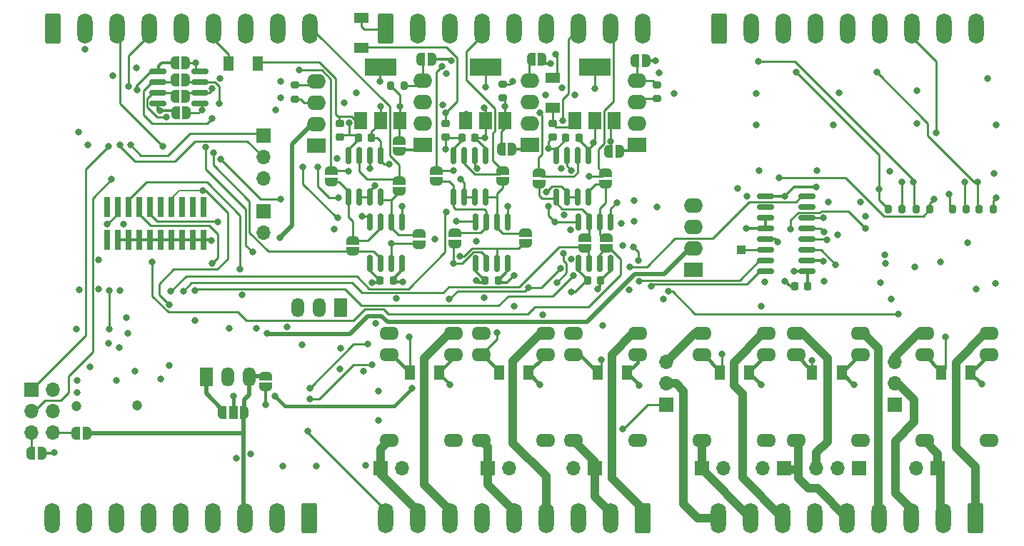
<source format=gbr>
%TF.GenerationSoftware,KiCad,Pcbnew,(6.0.4)*%
%TF.CreationDate,2022-12-17T19:50:06+01:00*%
%TF.ProjectId,bsc,6273632e-6b69-4636-9164-5f7063625858,rev?*%
%TF.SameCoordinates,Original*%
%TF.FileFunction,Copper,L4,Bot*%
%TF.FilePolarity,Positive*%
%FSLAX46Y46*%
G04 Gerber Fmt 4.6, Leading zero omitted, Abs format (unit mm)*
G04 Created by KiCad (PCBNEW (6.0.4)) date 2022-12-17 19:50:06*
%MOMM*%
%LPD*%
G01*
G04 APERTURE LIST*
G04 Aperture macros list*
%AMRoundRect*
0 Rectangle with rounded corners*
0 $1 Rounding radius*
0 $2 $3 $4 $5 $6 $7 $8 $9 X,Y pos of 4 corners*
0 Add a 4 corners polygon primitive as box body*
4,1,4,$2,$3,$4,$5,$6,$7,$8,$9,$2,$3,0*
0 Add four circle primitives for the rounded corners*
1,1,$1+$1,$2,$3*
1,1,$1+$1,$4,$5*
1,1,$1+$1,$6,$7*
1,1,$1+$1,$8,$9*
0 Add four rect primitives between the rounded corners*
20,1,$1+$1,$2,$3,$4,$5,0*
20,1,$1+$1,$4,$5,$6,$7,0*
20,1,$1+$1,$6,$7,$8,$9,0*
20,1,$1+$1,$8,$9,$2,$3,0*%
%AMFreePoly0*
4,1,22,0.500000,-0.750000,0.000000,-0.750000,0.000000,-0.745033,-0.079941,-0.743568,-0.215256,-0.701293,-0.333266,-0.622738,-0.424486,-0.514219,-0.481581,-0.384460,-0.499164,-0.250000,-0.500000,-0.250000,-0.500000,0.250000,-0.499164,0.250000,-0.499963,0.256109,-0.478152,0.396186,-0.417904,0.524511,-0.324060,0.630769,-0.204165,0.706417,-0.067858,0.745374,0.000000,0.744959,0.000000,0.750000,
0.500000,0.750000,0.500000,-0.750000,0.500000,-0.750000,$1*%
%AMFreePoly1*
4,1,20,0.000000,0.744959,0.073905,0.744508,0.209726,0.703889,0.328688,0.626782,0.421226,0.519385,0.479903,0.390333,0.500000,0.250000,0.500000,-0.250000,0.499851,-0.262216,0.476331,-0.402017,0.414519,-0.529596,0.319384,-0.634700,0.198574,-0.708877,0.061801,-0.746166,0.000000,-0.745033,0.000000,-0.750000,-0.500000,-0.750000,-0.500000,0.750000,0.000000,0.750000,0.000000,0.744959,
0.000000,0.744959,$1*%
%AMFreePoly2*
4,1,22,0.550000,-0.750000,0.000000,-0.750000,0.000000,-0.745033,-0.079941,-0.743568,-0.215256,-0.701293,-0.333266,-0.622738,-0.424486,-0.514219,-0.481581,-0.384460,-0.499164,-0.250000,-0.500000,-0.250000,-0.500000,0.250000,-0.499164,0.250000,-0.499963,0.256109,-0.478152,0.396186,-0.417904,0.524511,-0.324060,0.630769,-0.204165,0.706417,-0.067858,0.745374,0.000000,0.744959,0.000000,0.750000,
0.550000,0.750000,0.550000,-0.750000,0.550000,-0.750000,$1*%
%AMFreePoly3*
4,1,20,0.000000,0.744959,0.073905,0.744508,0.209726,0.703889,0.328688,0.626782,0.421226,0.519385,0.479903,0.390333,0.500000,0.250000,0.500000,-0.250000,0.499851,-0.262216,0.476331,-0.402017,0.414519,-0.529596,0.319384,-0.634700,0.198574,-0.708877,0.061801,-0.746166,0.000000,-0.745033,0.000000,-0.750000,-0.550000,-0.750000,-0.550000,0.750000,0.000000,0.750000,0.000000,0.744959,
0.000000,0.744959,$1*%
G04 Aperture macros list end*
%TA.AperFunction,ComponentPad*%
%ADD10R,1.700000X1.700000*%
%TD*%
%TA.AperFunction,ComponentPad*%
%ADD11O,1.700000X1.700000*%
%TD*%
%TA.AperFunction,ComponentPad*%
%ADD12O,2.300000X1.600000*%
%TD*%
%TA.AperFunction,ComponentPad*%
%ADD13R,2.250000X1.750000*%
%TD*%
%TA.AperFunction,ComponentPad*%
%ADD14O,2.250000X1.750000*%
%TD*%
%TA.AperFunction,ComponentPad*%
%ADD15RoundRect,0.250000X-0.650000X-1.550000X0.650000X-1.550000X0.650000X1.550000X-0.650000X1.550000X0*%
%TD*%
%TA.AperFunction,ComponentPad*%
%ADD16O,1.800000X3.600000*%
%TD*%
%TA.AperFunction,ComponentPad*%
%ADD17R,1.500000X2.300000*%
%TD*%
%TA.AperFunction,ComponentPad*%
%ADD18O,1.500000X2.300000*%
%TD*%
%TA.AperFunction,ComponentPad*%
%ADD19RoundRect,0.250000X0.650000X1.550000X-0.650000X1.550000X-0.650000X-1.550000X0.650000X-1.550000X0*%
%TD*%
%TA.AperFunction,SMDPad,CuDef*%
%ADD20FreePoly0,180.000000*%
%TD*%
%TA.AperFunction,SMDPad,CuDef*%
%ADD21FreePoly1,180.000000*%
%TD*%
%TA.AperFunction,SMDPad,CuDef*%
%ADD22FreePoly0,90.000000*%
%TD*%
%TA.AperFunction,SMDPad,CuDef*%
%ADD23FreePoly1,90.000000*%
%TD*%
%TA.AperFunction,SMDPad,CuDef*%
%ADD24R,1.000000X1.000000*%
%TD*%
%TA.AperFunction,SMDPad,CuDef*%
%ADD25R,1.300000X1.700000*%
%TD*%
%TA.AperFunction,SMDPad,CuDef*%
%ADD26RoundRect,0.225000X-0.225000X-0.250000X0.225000X-0.250000X0.225000X0.250000X-0.225000X0.250000X0*%
%TD*%
%TA.AperFunction,SMDPad,CuDef*%
%ADD27RoundRect,0.150000X0.150000X-0.825000X0.150000X0.825000X-0.150000X0.825000X-0.150000X-0.825000X0*%
%TD*%
%TA.AperFunction,SMDPad,CuDef*%
%ADD28FreePoly0,0.000000*%
%TD*%
%TA.AperFunction,SMDPad,CuDef*%
%ADD29FreePoly1,0.000000*%
%TD*%
%TA.AperFunction,SMDPad,CuDef*%
%ADD30RoundRect,0.225000X0.225000X0.250000X-0.225000X0.250000X-0.225000X-0.250000X0.225000X-0.250000X0*%
%TD*%
%TA.AperFunction,SMDPad,CuDef*%
%ADD31RoundRect,0.200000X-0.200000X-0.275000X0.200000X-0.275000X0.200000X0.275000X-0.200000X0.275000X0*%
%TD*%
%TA.AperFunction,SMDPad,CuDef*%
%ADD32RoundRect,0.200000X0.275000X-0.200000X0.275000X0.200000X-0.275000X0.200000X-0.275000X-0.200000X0*%
%TD*%
%TA.AperFunction,SMDPad,CuDef*%
%ADD33RoundRect,0.225000X-0.250000X0.225000X-0.250000X-0.225000X0.250000X-0.225000X0.250000X0.225000X0*%
%TD*%
%TA.AperFunction,SMDPad,CuDef*%
%ADD34FreePoly2,180.000000*%
%TD*%
%TA.AperFunction,SMDPad,CuDef*%
%ADD35R,1.000000X1.500000*%
%TD*%
%TA.AperFunction,SMDPad,CuDef*%
%ADD36FreePoly3,180.000000*%
%TD*%
%TA.AperFunction,SMDPad,CuDef*%
%ADD37R,1.500000X2.000000*%
%TD*%
%TA.AperFunction,SMDPad,CuDef*%
%ADD38R,3.800000X2.000000*%
%TD*%
%TA.AperFunction,SMDPad,CuDef*%
%ADD39RoundRect,0.150000X-0.825000X-0.150000X0.825000X-0.150000X0.825000X0.150000X-0.825000X0.150000X0*%
%TD*%
%TA.AperFunction,SMDPad,CuDef*%
%ADD40R,1.700000X1.300000*%
%TD*%
%TA.AperFunction,SMDPad,CuDef*%
%ADD41R,0.740000X2.400000*%
%TD*%
%TA.AperFunction,ViaPad*%
%ADD42C,0.800000*%
%TD*%
%TA.AperFunction,ViaPad*%
%ADD43C,1.200000*%
%TD*%
%TA.AperFunction,Conductor*%
%ADD44C,0.500000*%
%TD*%
%TA.AperFunction,Conductor*%
%ADD45C,0.250000*%
%TD*%
%TA.AperFunction,Conductor*%
%ADD46C,0.400000*%
%TD*%
%TA.AperFunction,Conductor*%
%ADD47C,0.350000*%
%TD*%
%TA.AperFunction,Conductor*%
%ADD48C,1.000000*%
%TD*%
%TA.AperFunction,Conductor*%
%ADD49C,0.200000*%
%TD*%
G04 APERTURE END LIST*
D10*
%TO.P,J14,1,Pin_1*%
%TO.N,/OUTPUT/TACHO1*%
X135432800Y-81584800D03*
D11*
%TO.P,J14,2,Pin_2*%
%TO.N,/OUTPUT/REL1_NC_TACHO*%
X135432800Y-79044800D03*
%TO.P,J14,3,Pin_3*%
%TO.N,/OUTPUT/REL1_NC*%
X135432800Y-76504800D03*
%TD*%
D10*
%TO.P,J9,1,Pin_1*%
%TO.N,/OUTPUT/REL6_COM*%
X74422000Y-89154000D03*
D11*
%TO.P,J9,2,Pin_2*%
%TO.N,V_IN*%
X76962000Y-89154000D03*
%TD*%
D12*
%TO.P,K4,1*%
%TO.N,N/C*%
X120142000Y-85852000D03*
%TO.P,K4,5*%
%TO.N,/OUTPUT/VCC_REL*%
X120142000Y-75692000D03*
%TO.P,K4,6*%
%TO.N,/OUTPUT/REL3_NO*%
X120142000Y-73152000D03*
%TO.P,K4,7*%
%TO.N,/OUTPUT/REL3_NC*%
X112522000Y-73152000D03*
%TO.P,K4,8*%
%TO.N,Net-(D7-Pad2)*%
X112522000Y-75692000D03*
%TO.P,K4,12*%
%TO.N,/OUTPUT/REL3_COM*%
X112522000Y-85852000D03*
%TD*%
D13*
%TO.P,PS2,1,-Vin*%
%TO.N,GND*%
X111570500Y-65583500D03*
D14*
%TO.P,PS2,2,+Vin*%
%TO.N,+5V*%
X111570500Y-63043500D03*
%TO.P,PS2,3,-Vout*%
%TO.N,GND1*%
X111570500Y-60503500D03*
%TO.P,PS2,4,+Vout*%
%TO.N,/INPUT/5V_1*%
X111570500Y-57963500D03*
%TD*%
D10*
%TO.P,J5,1,Pin_1*%
%TO.N,/OUTPUT/REL4_COM*%
X99822000Y-89154000D03*
D11*
%TO.P,J5,2,Pin_2*%
%TO.N,V_IN*%
X97282000Y-89154000D03*
%TD*%
D10*
%TO.P,J10,1,Pin_1*%
%TO.N,/OUTPUT/REL1_COM*%
X140512800Y-89154000D03*
D11*
%TO.P,J10,2,Pin_2*%
%TO.N,V_IN*%
X137972800Y-89154000D03*
%TD*%
D10*
%TO.P,J16,1,Pin_1*%
%TO.N,/OUTPUT/TACHO3*%
X108305600Y-81584800D03*
D11*
%TO.P,J16,2,Pin_2*%
%TO.N,/OUTPUT/REL3_NC_TACHO*%
X108305600Y-79044800D03*
%TO.P,J16,3,Pin_3*%
%TO.N,/OUTPUT/REL3_NC*%
X108305600Y-76504800D03*
%TD*%
D10*
%TO.P,J13,1,Pin_1*%
%TO.N,/OUTPUT/REL3_COM*%
X112517000Y-89154000D03*
D11*
%TO.P,J13,2,Pin_2*%
%TO.N,V_IN*%
X115057000Y-89154000D03*
%TD*%
D13*
%TO.P,PS5,1,-Vin*%
%TO.N,GND*%
X92137500Y-50800000D03*
D14*
%TO.P,PS5,2,+Vin*%
%TO.N,+5V*%
X92137500Y-48260000D03*
%TO.P,PS5,3,-Vout*%
%TO.N,/serial/U2_GND*%
X92137500Y-45720000D03*
%TO.P,PS5,4,+Vout*%
%TO.N,/serial/U2_VCC*%
X92137500Y-43180000D03*
%TD*%
D15*
%TO.P,X2,1,Pin_1*%
%TO.N,/serial/U2_VCC_e*%
X75055000Y-37000000D03*
D16*
%TO.P,X2,2,Pin_2*%
%TO.N,/serial/U2_GND*%
X78865000Y-37000000D03*
%TO.P,X2,3,Pin_3*%
%TO.N,/serial/U2TX_O*%
X82675000Y-37000000D03*
%TO.P,X2,4,Pin_4*%
%TO.N,/serial/U2RX_O*%
X86485000Y-37000000D03*
%TO.P,X2,5,Pin_5*%
%TO.N,/serial/U3_VCC_e*%
X90295000Y-37000000D03*
%TO.P,X2,6,Pin_6*%
%TO.N,/serial/U3_GND*%
X94105000Y-37000000D03*
%TO.P,X2,7,Pin_7*%
%TO.N,/serial/U3TX_O*%
X97915000Y-37000000D03*
%TO.P,X2,8,Pin_8*%
%TO.N,/serial/U3RX_O*%
X101725000Y-37000000D03*
%TO.P,X2,9,Pin_9*%
%TO.N,GND*%
X105535000Y-37000000D03*
%TD*%
D17*
%TO.P,U1,1,IN*%
%TO.N,V_IN*%
X69688500Y-70032500D03*
D18*
%TO.P,U1,2,GND*%
%TO.N,GND*%
X67148500Y-70032500D03*
%TO.P,U1,3,OUT*%
%TO.N,+3V3*%
X64608500Y-70032500D03*
%TD*%
D12*
%TO.P,K3,1*%
%TO.N,N/C*%
X131318000Y-85852000D03*
%TO.P,K3,5*%
%TO.N,/OUTPUT/VCC_REL*%
X131318000Y-75692000D03*
%TO.P,K3,6*%
%TO.N,/OUTPUT/REL2_NO*%
X131318000Y-73152000D03*
%TO.P,K3,7*%
%TO.N,/OUTPUT/REL2_NC*%
X123698000Y-73152000D03*
%TO.P,K3,8*%
%TO.N,Net-(D6-Pad2)*%
X123698000Y-75692000D03*
%TO.P,K3,12*%
%TO.N,/OUTPUT/REL2_COM*%
X123698000Y-85852000D03*
%TD*%
D15*
%TO.P,X1,1,Pin_1*%
%TO.N,GND*%
X35560000Y-36957000D03*
D16*
%TO.P,X1,2,Pin_2*%
%TO.N,+3V3*%
X39370000Y-36957000D03*
%TO.P,X1,3,Pin_3*%
%TO.N,/onewire*%
X43180000Y-36957000D03*
%TO.P,X1,4,Pin_4*%
%TO.N,/CAN_H*%
X46990000Y-36957000D03*
%TO.P,X1,5,Pin_5*%
%TO.N,/CAN_L*%
X50800000Y-36957000D03*
%TO.P,X1,6,Pin_6*%
%TO.N,/U1_VCC_e*%
X54610000Y-36957000D03*
%TO.P,X1,7,Pin_7*%
%TO.N,/U1_GND*%
X58420000Y-36957000D03*
%TO.P,X1,8,Pin_8*%
%TO.N,/U1TX_O*%
X62230000Y-36957000D03*
%TO.P,X1,9,Pin_9*%
%TO.N,/U1RX_O*%
X66040000Y-36957000D03*
%TD*%
D12*
%TO.P,K7,1*%
%TO.N,N/C*%
X83058000Y-85852000D03*
%TO.P,K7,5*%
%TO.N,/OUTPUT/VCC_REL*%
X83058000Y-75692000D03*
%TO.P,K7,6*%
%TO.N,/OUTPUT/REL6_NO*%
X83058000Y-73152000D03*
%TO.P,K7,7*%
%TO.N,/OUTPUT/REL6_NC*%
X75438000Y-73152000D03*
%TO.P,K7,8*%
%TO.N,Net-(D10-Pad2)*%
X75438000Y-75692000D03*
%TO.P,K7,12*%
%TO.N,/OUTPUT/REL6_COM*%
X75438000Y-85852000D03*
%TD*%
D19*
%TO.P,X5,1,Pin_1*%
%TO.N,/OUTPUT/REL4_NO*%
X105500000Y-95000000D03*
D16*
%TO.P,X5,2,Pin_2*%
%TO.N,/OUTPUT/REL4_COM*%
X101690000Y-95000000D03*
%TO.P,X5,3,Pin_3*%
%TO.N,/OUTPUT/TACHO4*%
X97880000Y-95000000D03*
%TO.P,X5,4,Pin_4*%
%TO.N,/OUTPUT/REL5_NO*%
X94070000Y-95000000D03*
%TO.P,X5,5,Pin_5*%
%TO.N,/OUTPUT/REL5_COM*%
X90260000Y-95000000D03*
%TO.P,X5,6,Pin_6*%
%TO.N,/OUTPUT/TACHO5*%
X86450000Y-95000000D03*
%TO.P,X5,7,Pin_7*%
%TO.N,/OUTPUT/REL6_NO*%
X82640000Y-95000000D03*
%TO.P,X5,8,Pin_8*%
%TO.N,/OUTPUT/REL6_COM*%
X78830000Y-95000000D03*
%TO.P,X5,9,Pin_9*%
%TO.N,/OUTPUT/TACHO6*%
X75020000Y-95000000D03*
%TD*%
D10*
%TO.P,J11,1,Pin_1*%
%TO.N,/SCL*%
X33065800Y-79796400D03*
D11*
%TO.P,J11,2,Pin_2*%
%TO.N,GND*%
X35605800Y-79796400D03*
%TO.P,J11,3,Pin_3*%
%TO.N,/SDA*%
X33065800Y-82336400D03*
%TO.P,J11,4,Pin_4*%
%TO.N,GND*%
X35605800Y-82336400D03*
%TO.P,J11,5,Pin_5*%
%TO.N,Net-(J11-Pad5)*%
X33065800Y-84876400D03*
%TO.P,J11,6,Pin_6*%
%TO.N,Net-(J11-Pad6)*%
X35605800Y-84876400D03*
%TD*%
D15*
%TO.P,X3,1,Pin_1*%
%TO.N,/INPUT/DI1_P*%
X114554000Y-37000000D03*
D16*
%TO.P,X3,2,Pin_2*%
%TO.N,/INPUT/5V_1*%
X118364000Y-37000000D03*
%TO.P,X3,3,Pin_3*%
%TO.N,/INPUT/DI2_P*%
X122174000Y-37000000D03*
%TO.P,X3,4,Pin_4*%
%TO.N,/INPUT/5V_1*%
X125984000Y-37000000D03*
%TO.P,X3,5,Pin_5*%
%TO.N,/INPUT/DI3_P*%
X129794000Y-37000000D03*
%TO.P,X3,6,Pin_6*%
%TO.N,/INPUT/5V_1*%
X133604000Y-37000000D03*
%TO.P,X3,7,Pin_7*%
%TO.N,/INPUT/DI4_P*%
X137414000Y-37000000D03*
%TO.P,X3,8,Pin_8*%
%TO.N,/INPUT/5V_1*%
X141224000Y-37000000D03*
%TO.P,X3,9,Pin_9*%
%TO.N,GND1*%
X145034000Y-37000000D03*
%TD*%
D12*
%TO.P,K2,1*%
%TO.N,N/C*%
X146558000Y-85852000D03*
%TO.P,K2,5*%
%TO.N,/OUTPUT/VCC_REL*%
X146558000Y-75692000D03*
%TO.P,K2,6*%
%TO.N,/OUTPUT/REL1_NO*%
X146558000Y-73152000D03*
%TO.P,K2,7*%
%TO.N,/OUTPUT/REL1_NC*%
X138938000Y-73152000D03*
%TO.P,K2,8*%
%TO.N,Net-(D5-Pad2)*%
X138938000Y-75692000D03*
%TO.P,K2,12*%
%TO.N,/OUTPUT/REL1_COM*%
X138938000Y-85852000D03*
%TD*%
%TO.P,K6,1*%
%TO.N,N/C*%
X93980000Y-85852000D03*
%TO.P,K6,5*%
%TO.N,/OUTPUT/VCC_REL*%
X93980000Y-75692000D03*
%TO.P,K6,6*%
%TO.N,/OUTPUT/REL5_NO*%
X93980000Y-73152000D03*
%TO.P,K6,7*%
%TO.N,/OUTPUT/REL5_NC*%
X86360000Y-73152000D03*
%TO.P,K6,8*%
%TO.N,Net-(D9-Pad2)*%
X86360000Y-75692000D03*
%TO.P,K6,12*%
%TO.N,/OUTPUT/REL5_COM*%
X86360000Y-85852000D03*
%TD*%
D19*
%TO.P,X4,1,Pin_1*%
%TO.N,/AI1*%
X66000000Y-95000000D03*
D16*
%TO.P,X4,2,Pin_2*%
%TO.N,V_IN*%
X62190000Y-95000000D03*
%TO.P,X4,3,Pin_3*%
%TO.N,+5V*%
X58380000Y-95000000D03*
%TO.P,X4,4,Pin_4*%
%TO.N,+3V3*%
X54570000Y-95000000D03*
%TO.P,X4,5,Pin_5*%
%TO.N,GND*%
X50760000Y-95000000D03*
%TO.P,X4,6,Pin_6*%
X46950000Y-95000000D03*
%TO.P,X4,7,Pin_7*%
X43140000Y-95000000D03*
%TO.P,X4,8,Pin_8*%
%TO.N,V_IN2*%
X39330000Y-95000000D03*
%TO.P,X4,9,Pin_9*%
%TO.N,V_IN1*%
X35520000Y-95000000D03*
%TD*%
D10*
%TO.P,J2,1,Pin_1*%
%TO.N,/U0RXD*%
X60553600Y-49697400D03*
D11*
%TO.P,J2,2,Pin_2*%
%TO.N,/U0TXD*%
X60553600Y-52237400D03*
%TO.P,J2,3,Pin_3*%
%TO.N,GND*%
X60553600Y-54777400D03*
%TD*%
D19*
%TO.P,X6,1,Pin_1*%
%TO.N,/OUTPUT/REL1_NO*%
X145000000Y-95000000D03*
D16*
%TO.P,X6,2,Pin_2*%
%TO.N,/OUTPUT/REL1_COM*%
X141190000Y-95000000D03*
%TO.P,X6,3,Pin_3*%
%TO.N,/OUTPUT/REL1_NC_TACHO*%
X137380000Y-95000000D03*
%TO.P,X6,4,Pin_4*%
%TO.N,/OUTPUT/REL2_NO*%
X133570000Y-95000000D03*
%TO.P,X6,5,Pin_5*%
%TO.N,/OUTPUT/REL2_COM*%
X129760000Y-95000000D03*
%TO.P,X6,6,Pin_6*%
%TO.N,/OUTPUT/REL2_NC_TACHO*%
X125950000Y-95000000D03*
%TO.P,X6,7,Pin_7*%
%TO.N,/OUTPUT/REL3_NO*%
X122140000Y-95000000D03*
%TO.P,X6,8,Pin_8*%
%TO.N,/OUTPUT/REL3_COM*%
X118330000Y-95000000D03*
%TO.P,X6,9,Pin_9*%
%TO.N,/OUTPUT/REL3_NC_TACHO*%
X114520000Y-95000000D03*
%TD*%
D10*
%TO.P,J4,1,Pin_1*%
%TO.N,/LED1*%
X60553600Y-58618200D03*
D11*
%TO.P,J4,2,Pin_2*%
%TO.N,GND*%
X60553600Y-61158200D03*
%TD*%
D10*
%TO.P,J12,1,Pin_1*%
%TO.N,/OUTPUT/REL2_COM*%
X122275600Y-89154000D03*
D11*
%TO.P,J12,2,Pin_2*%
%TO.N,V_IN*%
X119735600Y-89154000D03*
%TD*%
D13*
%TO.P,PS3,1,-Vin*%
%TO.N,GND*%
X79437500Y-50800000D03*
D14*
%TO.P,PS3,2,+Vin*%
%TO.N,+5V*%
X79437500Y-48260000D03*
%TO.P,PS3,3,-Vout*%
%TO.N,/U1_GND*%
X79437500Y-45720000D03*
%TO.P,PS3,4,+Vout*%
%TO.N,/serial/U1_VCC*%
X79437500Y-43180000D03*
%TD*%
D10*
%TO.P,J15,1,Pin_1*%
%TO.N,/OUTPUT/TACHO2*%
X131176000Y-89154000D03*
D11*
%TO.P,J15,2,Pin_2*%
%TO.N,/OUTPUT/REL2_NC_TACHO*%
X128636000Y-89154000D03*
%TO.P,J15,3,Pin_3*%
%TO.N,/OUTPUT/REL2_NC*%
X126096000Y-89154000D03*
%TD*%
D12*
%TO.P,K5,1*%
%TO.N,N/C*%
X104902000Y-85852000D03*
%TO.P,K5,5*%
%TO.N,/OUTPUT/VCC_REL*%
X104902000Y-75692000D03*
%TO.P,K5,6*%
%TO.N,/OUTPUT/REL4_NO*%
X104902000Y-73152000D03*
%TO.P,K5,7*%
%TO.N,/OUTPUT/REL4_NC*%
X97282000Y-73152000D03*
%TO.P,K5,8*%
%TO.N,Net-(D8-Pad2)*%
X97282000Y-75692000D03*
%TO.P,K5,12*%
%TO.N,/OUTPUT/REL4_COM*%
X97282000Y-85852000D03*
%TD*%
D13*
%TO.P,PS4,1,-Vin*%
%TO.N,GND*%
X104837500Y-50800000D03*
D14*
%TO.P,PS4,2,+Vin*%
%TO.N,+5V*%
X104837500Y-48260000D03*
%TO.P,PS4,3,-Vout*%
%TO.N,/serial/U3_GND*%
X104837500Y-45720000D03*
%TO.P,PS4,4,+Vout*%
%TO.N,/serial/U3_VCC*%
X104837500Y-43180000D03*
%TD*%
D10*
%TO.P,J8,1,Pin_1*%
%TO.N,/OUTPUT/REL5_COM*%
X87117000Y-89154000D03*
D11*
%TO.P,J8,2,Pin_2*%
%TO.N,V_IN*%
X89657000Y-89154000D03*
%TD*%
D17*
%TO.P,U19,1,IN*%
%TO.N,V_IN*%
X53755500Y-78303500D03*
D18*
%TO.P,U19,2,GND*%
%TO.N,GND*%
X56295500Y-78303500D03*
%TO.P,U19,3,OUT*%
%TO.N,+5V*%
X58835500Y-78303500D03*
%TD*%
D13*
%TO.P,PS1,1,-Vin*%
%TO.N,GND*%
X66864500Y-50851500D03*
D14*
%TO.P,PS1,2,+Vin*%
%TO.N,+5V*%
X66864500Y-48311500D03*
%TO.P,PS1,3,-Vout*%
%TO.N,/CAN_GND*%
X66864500Y-45771500D03*
%TO.P,PS1,4,+Vout*%
%TO.N,/CAN_VCC*%
X66864500Y-43231500D03*
%TD*%
D20*
%TO.P,JP14,1,A*%
%TO.N,+3V3*%
X93614000Y-40640000D03*
D21*
%TO.P,JP14,2,B*%
%TO.N,/serial/U2_VCC*%
X92314000Y-40640000D03*
%TD*%
D22*
%TO.P,JP25,1,A*%
%TO.N,/serial/U3RX_S*%
X101092000Y-55387000D03*
D23*
%TO.P,JP25,2,B*%
%TO.N,/serial/U3RX_O*%
X101092000Y-54087000D03*
%TD*%
D22*
%TO.P,JP11,1,A*%
%TO.N,/serial/U1RX_S*%
X76631800Y-56286400D03*
D23*
%TO.P,JP11,2,B*%
%TO.N,/U1RX_O*%
X76631800Y-54986400D03*
%TD*%
D22*
%TO.P,JP9,1,A*%
%TO.N,/U1RX*%
X79019400Y-62575200D03*
D23*
%TO.P,JP9,2,B*%
%TO.N,/serial/U1RX_S*%
X79019400Y-61275200D03*
%TD*%
D24*
%TO.P,TP5,1,1*%
%TO.N,Net-(TP5-Pad1)*%
X117221000Y-63246000D03*
%TD*%
D22*
%TO.P,JP19,1,A*%
%TO.N,/serial/U2TX_S*%
X81026000Y-55118000D03*
D23*
%TO.P,JP19,2,B*%
%TO.N,/serial/U2TX_O*%
X81026000Y-53818000D03*
%TD*%
D25*
%TO.P,D10,1,K*%
%TO.N,/OUTPUT/VCC_REL*%
X81381600Y-77800200D03*
%TO.P,D10,2,A*%
%TO.N,Net-(D10-Pad2)*%
X77881600Y-77800200D03*
%TD*%
D26*
%TO.P,C44,1*%
%TO.N,GND*%
X74383600Y-66852800D03*
%TO.P,C44,2*%
%TO.N,+3V3*%
X75933600Y-66852800D03*
%TD*%
D27*
%TO.P,U5,1,VDD1*%
%TO.N,+3V3*%
X101727000Y-64832000D03*
%TO.P,U5,2,VOA*%
%TO.N,/U3RX*%
X100457000Y-64832000D03*
%TO.P,U5,3,VIB*%
%TO.N,/U3TX*%
X99187000Y-64832000D03*
%TO.P,U5,4,GND1*%
%TO.N,GND*%
X97917000Y-64832000D03*
%TO.P,U5,5,GND2*%
%TO.N,/serial/U3_GND*%
X97917000Y-59882000D03*
%TO.P,U5,6,VOB*%
%TO.N,/serial/U3TX_S*%
X99187000Y-59882000D03*
%TO.P,U5,7,VIA*%
%TO.N,/serial/U3RX_S*%
X100457000Y-59882000D03*
%TO.P,U5,8,VDD2*%
%TO.N,/serial/U3_VCC*%
X101727000Y-59882000D03*
%TD*%
D25*
%TO.P,D9,1,K*%
%TO.N,/OUTPUT/VCC_REL*%
X91973400Y-77800200D03*
%TO.P,D9,2,A*%
%TO.N,Net-(D9-Pad2)*%
X88473400Y-77800200D03*
%TD*%
D28*
%TO.P,JP3,1,A*%
%TO.N,/CAN_Rx*%
X50038000Y-45008800D03*
D29*
%TO.P,JP3,2,B*%
%TO.N,/CAN_Rx_s*%
X51338000Y-45008800D03*
%TD*%
D20*
%TO.P,JP30,1,A*%
%TO.N,+5V*%
X39624000Y-84963000D03*
D21*
%TO.P,JP30,2,B*%
%TO.N,Net-(J11-Pad6)*%
X38324000Y-84963000D03*
%TD*%
D30*
%TO.P,C41,1*%
%TO.N,/serial/U2_VCC*%
X85623400Y-49936400D03*
%TO.P,C41,2*%
%TO.N,/serial/U2_GND*%
X84073400Y-49936400D03*
%TD*%
D27*
%TO.P,U8,1,RO*%
%TO.N,/serial/U1RX_S*%
X74422000Y-56958000D03*
%TO.P,U8,2,~{RE}*%
%TO.N,/serial/U1RXTX_ENs*%
X73152000Y-56958000D03*
%TO.P,U8,3,DE*%
X71882000Y-56958000D03*
%TO.P,U8,4,DI*%
%TO.N,/serial/U1TX_S*%
X70612000Y-56958000D03*
%TO.P,U8,5,GND*%
%TO.N,/U1_GND*%
X70612000Y-52008000D03*
%TO.P,U8,6,A*%
%TO.N,/U1RX_O*%
X71882000Y-52008000D03*
%TO.P,U8,7,B*%
%TO.N,/U1TX_O*%
X73152000Y-52008000D03*
%TO.P,U8,8,VCC*%
%TO.N,/serial/U1_VCC*%
X74422000Y-52008000D03*
%TD*%
D22*
%TO.P,JP24,1,A*%
%TO.N,/U3TX*%
X98679000Y-63032400D03*
D23*
%TO.P,JP24,2,B*%
%TO.N,/serial/U3TX_S*%
X98679000Y-61732400D03*
%TD*%
D27*
%TO.P,U16,1,RO*%
%TO.N,/serial/U2RX_S*%
X86868000Y-56958000D03*
%TO.P,U16,2,~{RE}*%
%TO.N,/serial/U2RXTX_ENs*%
X85598000Y-56958000D03*
%TO.P,U16,3,DE*%
X84328000Y-56958000D03*
%TO.P,U16,4,DI*%
%TO.N,/serial/U2TX_S*%
X83058000Y-56958000D03*
%TO.P,U16,5,GND*%
%TO.N,/serial/U2_GND*%
X83058000Y-52008000D03*
%TO.P,U16,6,A*%
%TO.N,/serial/U2RX_O*%
X84328000Y-52008000D03*
%TO.P,U16,7,B*%
%TO.N,/serial/U2TX_O*%
X85598000Y-52008000D03*
%TO.P,U16,8,VCC*%
%TO.N,/serial/U2_VCC*%
X86868000Y-52008000D03*
%TD*%
D31*
%TO.P,R37,1*%
%TO.N,Net-(IC1-Pad2)*%
X137923000Y-58420000D03*
%TO.P,R37,2*%
%TO.N,Net-(D20-Pad3)*%
X139573000Y-58420000D03*
%TD*%
D20*
%TO.P,JP7,1,A*%
%TO.N,+3V3*%
X80533000Y-40640000D03*
D21*
%TO.P,JP7,2,B*%
%TO.N,/serial/U1_VCC*%
X79233000Y-40640000D03*
%TD*%
D30*
%TO.P,C40,1*%
%TO.N,/serial/U1_VCC*%
X73355200Y-49936400D03*
%TO.P,C40,2*%
%TO.N,/U1_GND*%
X71805200Y-49936400D03*
%TD*%
D31*
%TO.P,R39,1*%
%TO.N,Net-(IC1-Pad4)*%
X134621000Y-58420000D03*
%TO.P,R39,2*%
%TO.N,Net-(D21-Pad3)*%
X136271000Y-58420000D03*
%TD*%
D20*
%TO.P,JP31,1,A*%
%TO.N,+3V3*%
X34279600Y-87299800D03*
D21*
%TO.P,JP31,2,B*%
%TO.N,Net-(J11-Pad5)*%
X32979600Y-87299800D03*
%TD*%
D32*
%TO.P,R19,1*%
%TO.N,/CAN_GND*%
X64262000Y-45338000D03*
%TO.P,R19,2*%
%TO.N,/CAN_VCC*%
X64262000Y-43688000D03*
%TD*%
D31*
%TO.P,R41,1*%
%TO.N,Net-(IC2-Pad2)*%
X145416000Y-58420000D03*
%TO.P,R41,2*%
%TO.N,Net-(D22-Pad3)*%
X147066000Y-58420000D03*
%TD*%
D33*
%TO.P,C36,1*%
%TO.N,Net-(C36-Pad1)*%
X69596000Y-48247000D03*
%TO.P,C36,2*%
%TO.N,/U1_GND*%
X69596000Y-49797000D03*
%TD*%
D28*
%TO.P,JP4,1,A*%
%TO.N,/CAN_Tx*%
X50038000Y-43027600D03*
D29*
%TO.P,JP4,2,B*%
%TO.N,/CAN_Tx_s*%
X51338000Y-43027600D03*
%TD*%
D27*
%TO.P,U9,1,RO*%
%TO.N,/serial/U3RX_S*%
X99060000Y-56958000D03*
%TO.P,U9,2,~{RE}*%
%TO.N,/serial/U3RXTX_ENs*%
X97790000Y-56958000D03*
%TO.P,U9,3,DE*%
X96520000Y-56958000D03*
%TO.P,U9,4,DI*%
%TO.N,/serial/U3TX_S*%
X95250000Y-56958000D03*
%TO.P,U9,5,GND*%
%TO.N,/serial/U3_GND*%
X95250000Y-52008000D03*
%TO.P,U9,6,A*%
%TO.N,/serial/U3RX_O*%
X96520000Y-52008000D03*
%TO.P,U9,7,B*%
%TO.N,/serial/U3TX_O*%
X97790000Y-52008000D03*
%TO.P,U9,8,VCC*%
%TO.N,/serial/U3_VCC*%
X99060000Y-52008000D03*
%TD*%
D30*
%TO.P,C43,1*%
%TO.N,/serial/U3_VCC*%
X97955400Y-49936400D03*
%TO.P,C43,2*%
%TO.N,/serial/U3_GND*%
X96405400Y-49936400D03*
%TD*%
D25*
%TO.P,D6,1,K*%
%TO.N,/OUTPUT/VCC_REL*%
X129108200Y-77800200D03*
%TO.P,D6,2,A*%
%TO.N,Net-(D6-Pad2)*%
X125608200Y-77800200D03*
%TD*%
D26*
%TO.P,C47,1*%
%TO.N,GND*%
X98964400Y-66856800D03*
%TO.P,C47,2*%
%TO.N,+3V3*%
X100514400Y-66856800D03*
%TD*%
D27*
%TO.P,U6,1,VDD1*%
%TO.N,+3V3*%
X89535000Y-64832000D03*
%TO.P,U6,2,VOA*%
%TO.N,/U2RX*%
X88265000Y-64832000D03*
%TO.P,U6,3,VIB*%
%TO.N,/U2TX*%
X86995000Y-64832000D03*
%TO.P,U6,4,GND1*%
%TO.N,GND*%
X85725000Y-64832000D03*
%TO.P,U6,5,GND2*%
%TO.N,/serial/U2_GND*%
X85725000Y-59882000D03*
%TO.P,U6,6,VOB*%
%TO.N,/serial/U2TX_S*%
X86995000Y-59882000D03*
%TO.P,U6,7,VIA*%
%TO.N,/serial/U2RX_S*%
X88265000Y-59882000D03*
%TO.P,U6,8,VDD2*%
%TO.N,/serial/U2_VCC*%
X89535000Y-59882000D03*
%TD*%
D22*
%TO.P,JP18,1,A*%
%TO.N,/serial/U2RX_S*%
X88900000Y-55118000D03*
D23*
%TO.P,JP18,2,B*%
%TO.N,/serial/U2RX_O*%
X88900000Y-53818000D03*
%TD*%
D31*
%TO.P,R43,1*%
%TO.N,Net-(IC2-Pad4)*%
X142240000Y-58420000D03*
%TO.P,R43,2*%
%TO.N,Net-(D23-Pad3)*%
X143890000Y-58420000D03*
%TD*%
D22*
%TO.P,JP28,1,A*%
%TO.N,V_IN*%
X60833000Y-79502000D03*
D23*
%TO.P,JP28,2,B*%
%TO.N,+5V*%
X60833000Y-78202000D03*
%TD*%
D33*
%TO.P,C45,1*%
%TO.N,Net-(C45-Pad1)*%
X82169000Y-48247000D03*
%TO.P,C45,2*%
%TO.N,/serial/U2_GND*%
X82169000Y-49797000D03*
%TD*%
D34*
%TO.P,JP29,1,A*%
%TO.N,+5V*%
X58272200Y-82524600D03*
D35*
%TO.P,JP29,2,C*%
%TO.N,/OUTPUT/VCC_REL*%
X56972200Y-82524600D03*
D36*
%TO.P,JP29,3,B*%
%TO.N,V_IN*%
X55672200Y-82524600D03*
%TD*%
D28*
%TO.P,JP1,1,A*%
%TO.N,+3V3*%
X50150000Y-46990000D03*
D29*
%TO.P,JP1,2,B*%
%TO.N,/CAN_VCC*%
X51450000Y-46990000D03*
%TD*%
D37*
%TO.P,U15,1,GND*%
%TO.N,/serial/U3_GND*%
X102122000Y-47854000D03*
%TO.P,U15,2,VO*%
%TO.N,/serial/U3_VCC*%
X99822000Y-47854000D03*
D38*
X99822000Y-41554000D03*
D37*
%TO.P,U15,3,VI*%
%TO.N,Net-(C37-Pad1)*%
X97522000Y-47854000D03*
%TD*%
D22*
%TO.P,JP17,1,A*%
%TO.N,/U2TX*%
X83261200Y-62499000D03*
D23*
%TO.P,JP17,2,B*%
%TO.N,/serial/U2TX_S*%
X83261200Y-61199000D03*
%TD*%
D31*
%TO.P,R63,1*%
%TO.N,/U1_GND*%
X75603600Y-43738800D03*
%TO.P,R63,2*%
%TO.N,/serial/U1_VCC*%
X77253600Y-43738800D03*
%TD*%
D32*
%TO.P,R64,1*%
%TO.N,/serial/U3_GND*%
X107188000Y-45275000D03*
%TO.P,R64,2*%
%TO.N,/serial/U3_VCC*%
X107188000Y-43625000D03*
%TD*%
D39*
%TO.P,U13,1,VDD1*%
%TO.N,+3V3*%
X48071000Y-45847000D03*
%TO.P,U13,2,VOA*%
%TO.N,/CAN_Rx*%
X48071000Y-44577000D03*
%TO.P,U13,3,VIB*%
%TO.N,/CAN_Tx*%
X48071000Y-43307000D03*
%TO.P,U13,4,GND1*%
%TO.N,GND*%
X48071000Y-42037000D03*
%TO.P,U13,5,GND2*%
%TO.N,/CAN_GND*%
X53021000Y-42037000D03*
%TO.P,U13,6,VOB*%
%TO.N,/CAN_Tx_s*%
X53021000Y-43307000D03*
%TO.P,U13,7,VIA*%
%TO.N,/CAN_Rx_s*%
X53021000Y-44577000D03*
%TO.P,U13,8,VDD2*%
%TO.N,/CAN_VCC*%
X53021000Y-45847000D03*
%TD*%
D22*
%TO.P,JP16,1,A*%
%TO.N,/U2RX*%
X91668600Y-62458600D03*
D23*
%TO.P,JP16,2,B*%
%TO.N,/serial/U2RX_S*%
X91668600Y-61158600D03*
%TD*%
D40*
%TO.P,D2,1,K*%
%TO.N,Net-(C37-Pad1)*%
X94869000Y-46327000D03*
%TO.P,D2,2,A*%
%TO.N,/serial/U3_VCC_e*%
X94869000Y-42827000D03*
%TD*%
D25*
%TO.P,D3,1,K*%
%TO.N,Net-(C36-Pad1)*%
X59916000Y-41148000D03*
%TO.P,D3,2,A*%
%TO.N,/U1_VCC_e*%
X56416000Y-41148000D03*
%TD*%
D22*
%TO.P,JP10,1,A*%
%TO.N,/U1TX*%
X71120000Y-63388000D03*
D23*
%TO.P,JP10,2,B*%
%TO.N,/serial/U1TX_S*%
X71120000Y-62088000D03*
%TD*%
D41*
%TO.P,J1,1,Pin_1*%
%TO.N,unconnected-(J1-Pad1)*%
X42037000Y-58121000D03*
%TO.P,J1,2,Pin_2*%
%TO.N,unconnected-(J1-Pad2)*%
X42037000Y-62021000D03*
%TO.P,J1,3,Pin_3*%
%TO.N,/RST_ESP*%
X43307000Y-58121000D03*
%TO.P,J1,4,Pin_4*%
%TO.N,GND*%
X43307000Y-62021000D03*
%TO.P,J1,5,Pin_5*%
%TO.N,/H_MISO*%
X44577000Y-58121000D03*
%TO.P,J1,6,Pin_6*%
%TO.N,GND*%
X44577000Y-62021000D03*
%TO.P,J1,7,Pin_7*%
%TO.N,/H_CLK*%
X45847000Y-58121000D03*
%TO.P,J1,8,Pin_8*%
%TO.N,GND*%
X45847000Y-62021000D03*
%TO.P,J1,9,Pin_9*%
%TO.N,/H_MOSI*%
X47117000Y-58121000D03*
%TO.P,J1,10,Pin_10*%
%TO.N,GND*%
X47117000Y-62021000D03*
%TO.P,J1,11,Pin_11*%
%TO.N,unconnected-(J1-Pad11)*%
X48387000Y-58121000D03*
%TO.P,J1,12,Pin_12*%
%TO.N,GND*%
X48387000Y-62021000D03*
%TO.P,J1,13,Pin_13*%
%TO.N,/T_ADDR2*%
X49657000Y-58121000D03*
%TO.P,J1,14,Pin_14*%
%TO.N,GND*%
X49657000Y-62021000D03*
%TO.P,J1,15,Pin_15*%
%TO.N,unconnected-(J1-Pad15)*%
X50927000Y-58121000D03*
%TO.P,J1,16,Pin_16*%
%TO.N,GND*%
X50927000Y-62021000D03*
%TO.P,J1,17,Pin_17*%
%TO.N,unconnected-(J1-Pad17)*%
X52197000Y-58121000D03*
%TO.P,J1,18,Pin_18*%
%TO.N,GND*%
X52197000Y-62021000D03*
%TO.P,J1,19,Pin_19*%
%TO.N,unconnected-(J1-Pad19)*%
X53467000Y-58121000D03*
%TO.P,J1,20,Pin_20*%
%TO.N,GND*%
X53467000Y-62021000D03*
%TD*%
D20*
%TO.P,JP21,1,A*%
%TO.N,+3V3*%
X105933000Y-40767000D03*
D21*
%TO.P,JP21,2,B*%
%TO.N,/serial/U3_VCC*%
X104633000Y-40767000D03*
%TD*%
D37*
%TO.P,U17,1,GND*%
%TO.N,/serial/U2_GND*%
X89168000Y-47854000D03*
%TO.P,U17,2,VO*%
%TO.N,/serial/U2_VCC*%
X86868000Y-47854000D03*
D38*
X86868000Y-41554000D03*
D37*
%TO.P,U17,3,VI*%
%TO.N,Net-(C45-Pad1)*%
X84568000Y-47854000D03*
%TD*%
D26*
%TO.P,C46,1*%
%TO.N,GND*%
X86842600Y-66827400D03*
%TO.P,C46,2*%
%TO.N,+3V3*%
X88392600Y-66827400D03*
%TD*%
D30*
%TO.P,C28,1*%
%TO.N,+3V3*%
X125108000Y-67564000D03*
%TO.P,C28,2*%
%TO.N,GND*%
X123558000Y-67564000D03*
%TD*%
D33*
%TO.P,C37,1*%
%TO.N,Net-(C37-Pad1)*%
X94869000Y-48247000D03*
%TO.P,C37,2*%
%TO.N,/serial/U3_GND*%
X94869000Y-49797000D03*
%TD*%
D25*
%TO.P,D5,1,K*%
%TO.N,/OUTPUT/VCC_REL*%
X144424400Y-77800200D03*
%TO.P,D5,2,A*%
%TO.N,Net-(D5-Pad2)*%
X140924400Y-77800200D03*
%TD*%
D40*
%TO.P,D24,1,K*%
%TO.N,Net-(C45-Pad1)*%
X72136000Y-39215000D03*
%TO.P,D24,2,A*%
%TO.N,/serial/U2_VCC_e*%
X72136000Y-35715000D03*
%TD*%
D22*
%TO.P,JP26,1,A*%
%TO.N,/serial/U3TX_S*%
X93218000Y-55387000D03*
D23*
%TO.P,JP26,2,B*%
%TO.N,/serial/U3TX_O*%
X93218000Y-54087000D03*
%TD*%
D22*
%TO.P,JP23,1,A*%
%TO.N,/U3RX*%
X101168200Y-63032400D03*
D23*
%TO.P,JP23,2,B*%
%TO.N,/serial/U3RX_S*%
X101168200Y-61732400D03*
%TD*%
D32*
%TO.P,R65,1*%
%TO.N,/serial/U2_GND*%
X88925400Y-45173400D03*
%TO.P,R65,2*%
%TO.N,/serial/U2_VCC*%
X88925400Y-43523400D03*
%TD*%
D22*
%TO.P,JP12,1,A*%
%TO.N,/serial/U1TX_S*%
X68580000Y-55148000D03*
D23*
%TO.P,JP12,2,B*%
%TO.N,/U1TX_O*%
X68580000Y-53848000D03*
%TD*%
D20*
%TO.P,JP15,1,A*%
%TO.N,GND*%
X90058000Y-51308000D03*
D21*
%TO.P,JP15,2,B*%
%TO.N,/serial/U2_GND*%
X88758000Y-51308000D03*
%TD*%
D39*
%TO.P,U12,1,~{PL}*%
%TO.N,/INPUT/IO_DI_PL*%
X120080000Y-65786000D03*
%TO.P,U12,2,CP*%
%TO.N,/H_CLK*%
X120080000Y-64516000D03*
%TO.P,U12,3,D4*%
%TO.N,Net-(TP5-Pad1)*%
X120080000Y-63246000D03*
%TO.P,U12,4,D5*%
%TO.N,+3V3*%
X120080000Y-61976000D03*
%TO.P,U12,5,D6*%
%TO.N,GND*%
X120080000Y-60706000D03*
%TO.P,U12,6,D7*%
X120080000Y-59436000D03*
%TO.P,U12,7,~{Q7}*%
%TO.N,unconnected-(U12-Pad7)*%
X120080000Y-58166000D03*
%TO.P,U12,8,GND*%
%TO.N,GND*%
X120080000Y-56896000D03*
%TO.P,U12,9,Q7*%
%TO.N,/H_MISO*%
X125030000Y-56896000D03*
%TO.P,U12,10,DS*%
%TO.N,/INPUT/IO_DATA_OUT*%
X125030000Y-58166000D03*
%TO.P,U12,11,D0*%
%TO.N,/INPUT/DI1s*%
X125030000Y-59436000D03*
%TO.P,U12,12,D1*%
%TO.N,/INPUT/DI2s*%
X125030000Y-60706000D03*
%TO.P,U12,13,D2*%
%TO.N,/INPUT/DI3s*%
X125030000Y-61976000D03*
%TO.P,U12,14,D3*%
%TO.N,/INPUT/DI4s*%
X125030000Y-63246000D03*
%TO.P,U12,15,~{CE}*%
%TO.N,GND*%
X125030000Y-64516000D03*
%TO.P,U12,16,VCC*%
%TO.N,+3V3*%
X125030000Y-65786000D03*
%TD*%
D27*
%TO.P,U4,1,VDD1*%
%TO.N,+3V3*%
X76962000Y-64832000D03*
%TO.P,U4,2,VOA*%
%TO.N,/U1RX*%
X75692000Y-64832000D03*
%TO.P,U4,3,VIB*%
%TO.N,/U1TX*%
X74422000Y-64832000D03*
%TO.P,U4,4,GND1*%
%TO.N,GND*%
X73152000Y-64832000D03*
%TO.P,U4,5,GND2*%
%TO.N,/U1_GND*%
X73152000Y-59882000D03*
%TO.P,U4,6,VOB*%
%TO.N,/serial/U1TX_S*%
X74422000Y-59882000D03*
%TO.P,U4,7,VIA*%
%TO.N,/serial/U1RX_S*%
X75692000Y-59882000D03*
%TO.P,U4,8,VDD2*%
%TO.N,/serial/U1_VCC*%
X76962000Y-59882000D03*
%TD*%
D37*
%TO.P,U14,1,GND*%
%TO.N,/U1_GND*%
X76722000Y-47854000D03*
%TO.P,U14,2,VO*%
%TO.N,/serial/U1_VCC*%
X74422000Y-47854000D03*
D38*
X74422000Y-41554000D03*
D37*
%TO.P,U14,3,VI*%
%TO.N,Net-(C36-Pad1)*%
X72122000Y-47854000D03*
%TD*%
D22*
%TO.P,JP8,1,A*%
%TO.N,GND*%
X76631800Y-51562000D03*
D23*
%TO.P,JP8,2,B*%
%TO.N,/U1_GND*%
X76631800Y-50262000D03*
%TD*%
D20*
%TO.P,JP22,1,A*%
%TO.N,GND*%
X102773000Y-51562000D03*
D21*
%TO.P,JP22,2,B*%
%TO.N,/serial/U3_GND*%
X101473000Y-51562000D03*
%TD*%
D25*
%TO.P,D8,1,K*%
%TO.N,/OUTPUT/VCC_REL*%
X103680200Y-77800200D03*
%TO.P,D8,2,A*%
%TO.N,Net-(D8-Pad2)*%
X100180200Y-77800200D03*
%TD*%
D28*
%TO.P,JP2,1,A*%
%TO.N,GND*%
X50038000Y-41021000D03*
D29*
%TO.P,JP2,2,B*%
%TO.N,/CAN_GND*%
X51338000Y-41021000D03*
%TD*%
D25*
%TO.P,D7,1,K*%
%TO.N,/OUTPUT/VCC_REL*%
X118160800Y-77800200D03*
%TO.P,D7,2,A*%
%TO.N,Net-(D7-Pad2)*%
X114660800Y-77800200D03*
%TD*%
D42*
%TO.N,+5V*%
X62534800Y-61772800D03*
X60960001Y-73094177D03*
%TO.N,/CAN_VCC*%
X62635700Y-43231500D03*
X55425564Y-42877966D03*
X53282650Y-46596638D03*
%TO.N,/CAN_GND*%
X62585600Y-45161200D03*
X42722800Y-42519600D03*
X61976000Y-46583600D03*
X45516800Y-41605200D03*
X52527200Y-41046400D03*
X71577200Y-44602400D03*
X70104000Y-45770800D03*
%TO.N,Net-(D5-Pad2)*%
X141388300Y-73495700D03*
%TO.N,Net-(D6-Pad2)*%
X125628400Y-76301600D03*
%TO.N,Net-(D7-Pad2)*%
X114960400Y-75590400D03*
%TO.N,V_IN*%
X69748400Y-74853800D03*
X43154600Y-78689200D03*
D43*
X38354000Y-81788000D03*
D42*
X60858400Y-81584800D03*
X48340400Y-78511400D03*
D43*
X45593000Y-81686400D03*
D42*
%TO.N,GND1*%
X119024400Y-48412400D03*
X119284000Y-53842400D03*
X119024400Y-44704000D03*
X138023600Y-48260000D03*
X128815500Y-44586800D03*
X126187200Y-53797200D03*
X138023600Y-44348400D03*
X128117600Y-48361600D03*
X134823200Y-53898800D03*
X147421600Y-48412400D03*
X117906800Y-56845200D03*
X146405600Y-42926000D03*
X147167600Y-54152800D03*
%TO.N,/CAN_H*%
X44583100Y-43821100D03*
%TO.N,Net-(D20-Pad3)*%
X140033100Y-57222100D03*
X121666000Y-54660800D03*
%TO.N,/INPUT/5V_1*%
X116789200Y-55956200D03*
%TO.N,GND*%
X120015000Y-67056000D03*
X85801200Y-66852800D03*
X126949200Y-64566800D03*
X40005000Y-77089000D03*
X107188000Y-58089800D03*
X127000000Y-66929000D03*
X96175909Y-59083310D03*
X68986400Y-60756800D03*
X137795000Y-65278000D03*
X119557800Y-69900800D03*
X56515000Y-72517000D03*
X39751000Y-50800000D03*
X90312750Y-69928413D03*
X145034000Y-67868800D03*
X93659400Y-70905500D03*
X86690200Y-68847300D03*
X44323000Y-71247000D03*
X43434000Y-74803000D03*
X45339000Y-77597000D03*
X97078800Y-64312800D03*
X38354000Y-72644000D03*
X76276200Y-68999700D03*
X69589400Y-77326800D03*
X59690000Y-72517000D03*
X126111000Y-55753000D03*
X57353200Y-87934800D03*
X73888600Y-71918700D03*
X103186800Y-62674200D03*
X102997000Y-60071000D03*
X38658800Y-49225200D03*
X66802000Y-88900000D03*
X128651000Y-61417200D03*
X122402600Y-66954400D03*
X43942000Y-60198000D03*
X49377600Y-76962000D03*
X85801200Y-62179200D03*
X38735000Y-67945000D03*
X80924400Y-61976000D03*
X133731000Y-67093500D03*
X65136361Y-74469211D03*
X97070307Y-68217323D03*
X58039000Y-68580000D03*
X73408815Y-67099998D03*
X134226900Y-63804800D03*
X117805200Y-60706000D03*
X134977900Y-69088000D03*
X54356000Y-62103000D03*
X144018000Y-62357000D03*
X52451000Y-71628000D03*
X100761800Y-72186800D03*
X107975400Y-69088000D03*
X122390500Y-56817000D03*
X45586981Y-44245940D03*
X38506400Y-78714600D03*
X127508000Y-57531000D03*
%TO.N,/serial/U1_VCC*%
X82269764Y-42288672D03*
X75438000Y-53035200D03*
X74396600Y-43205400D03*
X74422000Y-46177200D03*
X69286901Y-52370501D03*
X76962000Y-58064400D03*
%TO.N,+3V3*%
X63384300Y-72327100D03*
X43561000Y-68072000D03*
X123444000Y-65786000D03*
X104509119Y-59857810D03*
X103950729Y-67945829D03*
X74168000Y-83439000D03*
X94615000Y-41122600D03*
X48260000Y-46736000D03*
X72390000Y-77559500D03*
X41034300Y-64389000D03*
X82804000Y-40741600D03*
X39370000Y-39420800D03*
X131953000Y-59219500D03*
X134315200Y-64820800D03*
X72644000Y-88773000D03*
X107061000Y-40767000D03*
X140843000Y-64643000D03*
X62872300Y-88900000D03*
X100199400Y-67855500D03*
X96964665Y-60860020D03*
X35737800Y-87274400D03*
X90246200Y-66294000D03*
X147320000Y-67183000D03*
X131318000Y-57531000D03*
X44450000Y-73152000D03*
X121564400Y-62280800D03*
X59045500Y-87382075D03*
X41034300Y-67874800D03*
X74168000Y-80010000D03*
X38506400Y-80162400D03*
X77090581Y-67018500D03*
X104521000Y-57404000D03*
X42164000Y-74295000D03*
%TO.N,/U1RX*%
X53721000Y-51041900D03*
X59283600Y-63500000D03*
X75692000Y-62484000D03*
%TO.N,/RST_ESP*%
X42291000Y-72644000D03*
X42049500Y-60177419D03*
X42316400Y-67995800D03*
%TO.N,/serial/U3_VCC*%
X107492800Y-42240200D03*
X99822000Y-44069000D03*
X99720400Y-50546000D03*
X102489000Y-57581800D03*
%TO.N,/U1TX*%
X54610000Y-51726500D03*
%TO.N,/U1TX_O*%
X70612000Y-53873400D03*
X73152000Y-53594000D03*
X64770000Y-41910000D03*
%TO.N,/U3RX*%
X47371000Y-64643000D03*
%TO.N,/serial/U3_GND*%
X101752400Y-50342800D03*
X95148400Y-59893200D03*
X109220000Y-44704000D03*
X94386400Y-58039000D03*
X94326409Y-51197209D03*
X95850996Y-53521427D03*
%TO.N,/H_CLK*%
X105142100Y-66974100D03*
X54495178Y-64777615D03*
%TO.N,/H_MISO*%
X57784100Y-65477989D03*
X103962200Y-65201800D03*
%TO.N,/H_MOSI*%
X55118000Y-59944000D03*
%TO.N,Net-(D21-Pad3)*%
X136228100Y-55173600D03*
%TO.N,Net-(D22-Pad3)*%
X147468900Y-57055300D03*
%TO.N,/serial/U3_VCC_e*%
X95194200Y-39992500D03*
%TO.N,/CAN_Tx*%
X54483000Y-47625000D03*
%TO.N,/U3TX*%
X51054000Y-68122800D03*
%TO.N,/serial/U2_VCC*%
X86868000Y-43891200D03*
X90119200Y-43205400D03*
X95986600Y-44018200D03*
X89560400Y-58013600D03*
X86817200Y-49936400D03*
X86742212Y-46353788D03*
%TO.N,/CAN_Rx*%
X49049962Y-47483988D03*
%TO.N,/U2RX*%
X83820000Y-63931800D03*
%TO.N,/onewire*%
X48641000Y-50927000D03*
%TO.N,/serial/U2_GND*%
X83464400Y-59842400D03*
X97447700Y-44805600D03*
X93980000Y-44805600D03*
X82143600Y-51257200D03*
X89204800Y-46228000D03*
%TO.N,/SDA*%
X42570398Y-54813200D03*
%TO.N,/U0RXD*%
X44825000Y-50800000D03*
%TO.N,/U0TXD*%
X43561000Y-50774600D03*
%TO.N,/SCL*%
X42205400Y-50897800D03*
%TO.N,/U2TX*%
X83058000Y-64795400D03*
%TO.N,/OUTPUT/VCC_REL*%
X130556000Y-79197200D03*
X105119400Y-79266800D03*
X145745200Y-79146400D03*
X82677000Y-79171800D03*
X78181200Y-79615700D03*
X61909736Y-80553336D03*
X119579400Y-79206800D03*
X56972200Y-80543400D03*
X93349400Y-79246800D03*
%TO.N,/OUTPUT/TACHO3*%
X103149400Y-84480400D03*
%TO.N,/U3RXTX_EN*%
X49599836Y-68150434D03*
X82219800Y-58724800D03*
%TO.N,/U1RXTX_EN*%
X55482000Y-52451000D03*
X62636400Y-57226200D03*
%TO.N,/U1_GND*%
X72237600Y-59232800D03*
X70713600Y-48107600D03*
X76733400Y-46228000D03*
X81785671Y-46029249D03*
%TO.N,/OUTPUT/TACHO6*%
X65786000Y-84709000D03*
%TO.N,Net-(D8-Pad2)*%
X100634800Y-76250800D03*
%TO.N,Net-(D9-Pad2)*%
X88265000Y-73025000D03*
%TO.N,Net-(D10-Pad2)*%
X77876400Y-73507600D03*
%TO.N,Net-(IC1-Pad2)*%
X137578800Y-55179400D03*
X119253000Y-40868600D03*
%TO.N,/INPUT/DI4_P*%
X140282400Y-49293200D03*
%TO.N,/INPUT/IO_DI_PL*%
X97282000Y-66294000D03*
X52451000Y-68072000D03*
X106537220Y-67559600D03*
%TO.N,/serial/U2RXTX_ENs*%
X83908400Y-54800000D03*
%TO.N,/OUTPUT/REL1*%
X108610400Y-68148200D03*
X104419400Y-62865000D03*
X135864600Y-70815200D03*
X105003600Y-64439800D03*
%TO.N,Net-(D23-Pad3)*%
X143727000Y-55171600D03*
%TO.N,/OUTPUT/REL4*%
X95359400Y-67066800D03*
X96111262Y-63658661D03*
%TO.N,/serial/U1RXTX_ENs*%
X73787000Y-55549800D03*
X66958300Y-53417000D03*
X69469000Y-57023000D03*
%TO.N,/OUTPUT/REL5*%
X95758000Y-65405000D03*
X82575400Y-69088000D03*
X91948000Y-67691000D03*
%TO.N,/serial/U3RXTX_ENs*%
X94056200Y-56362600D03*
%TO.N,Net-(IC1-Pad4)*%
X123737800Y-42116600D03*
X133531258Y-56019500D03*
%TO.N,/INPUT/DI1s*%
X126975000Y-59436000D03*
%TO.N,/INPUT/DI2s*%
X127000000Y-61112400D03*
%TO.N,Net-(IC1-Pad6)*%
X123085400Y-60742600D03*
X131907100Y-60678500D03*
%TO.N,/INPUT/DI3s*%
X127406400Y-62026800D03*
%TO.N,Net-(D11-Pad2)*%
X69342000Y-59436000D03*
X65229300Y-53359700D03*
%TO.N,/T_ADDR2*%
X49403000Y-69723000D03*
X53390800Y-56210200D03*
%TO.N,/INPUT/DI4s*%
X128389941Y-64975994D03*
%TO.N,/CAN_Rx_s*%
X54495100Y-44084698D03*
%TO.N,/CAN_Tx_s*%
X55319664Y-45827957D03*
%TO.N,/serial/U3RX_O*%
X99161600Y-54457600D03*
X97044732Y-53768066D03*
%TO.N,/serial/U3TX_O*%
X96062800Y-47879000D03*
X93370400Y-46990000D03*
%TO.N,/serial/U2TX_O*%
X83062600Y-53818000D03*
X81762600Y-41427400D03*
X85902800Y-53517800D03*
%TO.N,Net-(IC2-Pad2)*%
X133276300Y-42158000D03*
X145231100Y-55187400D03*
%TO.N,Net-(IC2-Pad4)*%
X141859000Y-56642000D03*
%TO.N,/OUTPUT/T_ADDR1*%
X72898001Y-74421999D03*
X66040002Y-79629000D03*
%TO.N,/OUTPUT/T_ADDR0*%
X73406000Y-76835000D03*
X66040000Y-80899000D03*
%TO.N,Net-(C45-Pad1)*%
X84582000Y-47117000D03*
X82169000Y-46990000D03*
%TD*%
D44*
%TO.N,+5V*%
X66293300Y-48311500D02*
X63957200Y-50647600D01*
X58196000Y-84856800D02*
X58196000Y-87576223D01*
X104617775Y-66076701D02*
X98939476Y-71755000D01*
X111098900Y-63043500D02*
X108065699Y-66076701D01*
X111570500Y-63043500D02*
X111098900Y-63043500D01*
X58835500Y-80407300D02*
X58835500Y-78303500D01*
X74574400Y-71069200D02*
X72948800Y-71069200D01*
X61042425Y-73176601D02*
X60960001Y-73094177D01*
X39624000Y-84963000D02*
X58089800Y-84963000D01*
X58202701Y-94822701D02*
X58380000Y-95000000D01*
X70841399Y-73176601D02*
X61042425Y-73176601D01*
X58089800Y-84963000D02*
X58196000Y-84856800D01*
X58196000Y-82600800D02*
X58196000Y-84856800D01*
X58272200Y-82524600D02*
X58196000Y-82600800D01*
X63957200Y-50647600D02*
X63957200Y-60350400D01*
X66864500Y-48311500D02*
X66293300Y-48311500D01*
X58937000Y-78202000D02*
X58835500Y-78303500D01*
X60833000Y-78202000D02*
X58937000Y-78202000D01*
X58202701Y-87582924D02*
X58202701Y-94822701D01*
X108065699Y-66076701D02*
X104617775Y-66076701D01*
X63957200Y-60350400D02*
X62534800Y-61772800D01*
X58272200Y-80970600D02*
X58835500Y-80407300D01*
X58196000Y-87576223D02*
X58202701Y-87582924D01*
X75260200Y-71755000D02*
X74574400Y-71069200D01*
X98939476Y-71755000D02*
X75260200Y-71755000D01*
X58272200Y-82524600D02*
X58272200Y-80970600D01*
X72948800Y-71069200D02*
X70841399Y-73176601D01*
D45*
%TO.N,/CAN_VCC*%
X53282650Y-46108650D02*
X53021000Y-45847000D01*
X52889288Y-46990000D02*
X53282650Y-46596638D01*
X64262000Y-43688000D02*
X66408000Y-43688000D01*
X51450000Y-46990000D02*
X52889288Y-46990000D01*
X66408000Y-43688000D02*
X66864500Y-43231500D01*
X53282650Y-46596638D02*
X53282650Y-46108650D01*
%TO.N,/CAN_GND*%
X64262000Y-45338000D02*
X64980900Y-45338000D01*
X51363400Y-41046400D02*
X51338000Y-41021000D01*
X66864500Y-45771500D02*
X65414400Y-45771500D01*
X64980900Y-45338000D02*
X65414400Y-45771500D01*
X52527200Y-41046400D02*
X51363400Y-41046400D01*
X53021000Y-42037000D02*
X52552600Y-42037000D01*
X52527200Y-42011600D02*
X52527200Y-41046400D01*
X52552600Y-42037000D02*
X52527200Y-42011600D01*
%TO.N,Net-(D5-Pad2)*%
X140996000Y-77800200D02*
X141419400Y-77376800D01*
X141419400Y-77376800D02*
X141419400Y-73526800D01*
X141419400Y-73526800D02*
X141388300Y-73495700D01*
X140924400Y-77800200D02*
X140996000Y-77800200D01*
D46*
X138938000Y-75692000D02*
X140924400Y-77678400D01*
X140924400Y-77678400D02*
X140924400Y-77800200D01*
D45*
%TO.N,Net-(D6-Pad2)*%
X125628400Y-77780000D02*
X125608200Y-77800200D01*
X125608200Y-77602200D02*
X125608200Y-77800200D01*
D46*
X123698000Y-75692000D02*
X125608200Y-77602200D01*
D45*
X125628400Y-76301600D02*
X125628400Y-77780000D01*
D46*
%TO.N,Net-(D7-Pad2)*%
X114660800Y-77576800D02*
X112776000Y-75692000D01*
D45*
X112776000Y-75692000D02*
X112522000Y-75692000D01*
X114660800Y-77800200D02*
X114660800Y-77576800D01*
X114960400Y-75590400D02*
X114960400Y-77500600D01*
X114960400Y-77500600D02*
X114660800Y-77800200D01*
D44*
%TO.N,V_IN*%
X55672200Y-82139000D02*
X55672200Y-82524600D01*
D47*
X60833000Y-79502000D02*
X60833000Y-81559400D01*
D44*
X53755500Y-80222300D02*
X55672200Y-82139000D01*
D47*
X60833000Y-81559400D02*
X60858400Y-81584800D01*
D44*
X53755500Y-78303500D02*
X53755500Y-80222300D01*
D45*
%TO.N,/CAN_H*%
X44583100Y-43821100D02*
X44583100Y-40151300D01*
X44583100Y-40151300D02*
X46990000Y-37744400D01*
X46990000Y-37744400D02*
X46990000Y-36957000D01*
%TO.N,Net-(D20-Pad3)*%
X138766600Y-59226400D02*
X139573000Y-58420000D01*
X121666000Y-54660800D02*
X121686700Y-54681500D01*
X140033100Y-57222100D02*
X139573000Y-57682200D01*
X121686700Y-54681500D02*
X129611500Y-54681500D01*
X134156400Y-59226400D02*
X138766600Y-59226400D01*
X139573000Y-57682200D02*
X139573000Y-58420000D01*
X129611500Y-54681500D02*
X134156400Y-59226400D01*
D48*
%TO.N,/OUTPUT/REL1_COM*%
X140512800Y-87401400D02*
X138963400Y-85852000D01*
X140512800Y-89154000D02*
X140512800Y-87401400D01*
X138963400Y-85852000D02*
X138938000Y-85852000D01*
X140868400Y-89509600D02*
X140868400Y-94678400D01*
X140512800Y-89154000D02*
X140868400Y-89509600D01*
X140868400Y-94678400D02*
X141190000Y-95000000D01*
%TO.N,/OUTPUT/REL1_NC*%
X138938000Y-73152000D02*
X138201400Y-73152000D01*
X135432800Y-75920600D02*
X135432800Y-76504800D01*
X138201400Y-73152000D02*
X135432800Y-75920600D01*
%TO.N,/OUTPUT/REL1_NO*%
X146100800Y-73152000D02*
X142697200Y-76555600D01*
X142697200Y-86664800D02*
X145000000Y-88967600D01*
X145000000Y-88967600D02*
X145000000Y-95000000D01*
X142697200Y-76555600D02*
X142697200Y-86664800D01*
X146558000Y-73152000D02*
X146100800Y-73152000D01*
%TO.N,/OUTPUT/REL2_COM*%
X124002800Y-89255600D02*
X122377200Y-89255600D01*
X124002800Y-89255600D02*
X124002800Y-86156800D01*
X124002800Y-90271600D02*
X125196600Y-91465400D01*
X125196600Y-91465400D02*
X126225400Y-91465400D01*
X126225400Y-91465400D02*
X129760000Y-95000000D01*
X124002800Y-86156800D02*
X123698000Y-85852000D01*
X124002800Y-89255600D02*
X124002800Y-90271600D01*
X122377200Y-89255600D02*
X122275600Y-89154000D01*
D47*
%TO.N,GND*%
X98959400Y-66856800D02*
X98964400Y-66856800D01*
X74136402Y-67099998D02*
X73408815Y-67099998D01*
X102874600Y-51460400D02*
X102773000Y-51562000D01*
X104837500Y-50800000D02*
X104837500Y-51423300D01*
X123012200Y-67564000D02*
X123558000Y-67564000D01*
X104800400Y-51460400D02*
X102874600Y-51460400D01*
X48071000Y-42037000D02*
X47269400Y-42037000D01*
X98964400Y-66856800D02*
X98964400Y-66741800D01*
X48133000Y-41975000D02*
X48133000Y-41402000D01*
X43307000Y-62021000D02*
X53467000Y-62021000D01*
X86842600Y-66827400D02*
X86537800Y-67132200D01*
X122402600Y-66954400D02*
X123012200Y-67564000D01*
X86537800Y-67132200D02*
X86080600Y-67132200D01*
X78663800Y-51333400D02*
X76860400Y-51333400D01*
X48514000Y-41021000D02*
X50038000Y-41021000D01*
X117805200Y-60706000D02*
X120080000Y-60706000D01*
X120080000Y-60706000D02*
X120080000Y-59436000D01*
X85725000Y-65709800D02*
X86842600Y-66827400D01*
X45586981Y-43719419D02*
X45586981Y-44245940D01*
X90058000Y-51308000D02*
X91629500Y-51308000D01*
X122311500Y-56896000D02*
X122390500Y-56817000D01*
X79437500Y-50800000D02*
X79197200Y-50800000D01*
X48133000Y-41402000D02*
X48514000Y-41021000D01*
X98964400Y-66741800D02*
X98039400Y-65816800D01*
X126898400Y-64516000D02*
X126949200Y-64566800D01*
X122390500Y-56817000D02*
X123454500Y-55753000D01*
X79197200Y-50800000D02*
X78663800Y-51333400D01*
X104837500Y-51423300D02*
X104800400Y-51460400D01*
X123454500Y-55753000D02*
X126111000Y-55753000D01*
X120080000Y-56896000D02*
X122311500Y-56896000D01*
X54274000Y-62021000D02*
X54356000Y-62103000D01*
X91629500Y-51308000D02*
X92137500Y-50800000D01*
X47269400Y-42037000D02*
X45586981Y-43719419D01*
X97598877Y-68217323D02*
X98959400Y-66856800D01*
X74383600Y-66852800D02*
X73152000Y-65621200D01*
X74383600Y-66852800D02*
X74136402Y-67099998D01*
X85725000Y-64832000D02*
X85725000Y-65709800D01*
X86080600Y-67132200D02*
X85801200Y-66852800D01*
X48071000Y-42037000D02*
X48133000Y-41975000D01*
X97070307Y-68217323D02*
X97598877Y-68217323D01*
X76860400Y-51333400D02*
X76631800Y-51562000D01*
X125030000Y-64516000D02*
X126898400Y-64516000D01*
X73152000Y-65621200D02*
X73152000Y-64832000D01*
X53467000Y-62021000D02*
X54274000Y-62021000D01*
D48*
%TO.N,/OUTPUT/REL2_NC*%
X124510800Y-73152000D02*
X127431800Y-76073000D01*
X127431800Y-76073000D02*
X127431800Y-85953600D01*
X127431800Y-85953600D02*
X126096000Y-87289400D01*
X126096000Y-87289400D02*
X126096000Y-89154000D01*
X123698000Y-73152000D02*
X124510800Y-73152000D01*
%TO.N,/OUTPUT/REL2_NO*%
X131724400Y-73152000D02*
X133477000Y-74904600D01*
X131318000Y-73152000D02*
X131724400Y-73152000D01*
X133477000Y-94907000D02*
X133570000Y-95000000D01*
X133451600Y-94881600D02*
X133570000Y-95000000D01*
X133477000Y-74904600D02*
X133477000Y-94907000D01*
%TO.N,/OUTPUT/REL3_COM*%
X112517000Y-89154000D02*
X112517000Y-89187000D01*
X112522000Y-89149000D02*
X112517000Y-89154000D01*
X112517000Y-89187000D02*
X118330000Y-95000000D01*
X112522000Y-85852000D02*
X112522000Y-89149000D01*
%TO.N,/OUTPUT/REL3_NC*%
X112522000Y-73152000D02*
X111683800Y-73152000D01*
X111683800Y-73152000D02*
X108331000Y-76504800D01*
X108331000Y-76504800D02*
X108305600Y-76504800D01*
%TO.N,/OUTPUT/REL3_NO*%
X120142000Y-73152000D02*
X119735600Y-73152000D01*
X119735600Y-73152000D02*
X116332000Y-76555600D01*
X116332000Y-76555600D02*
X116332000Y-79298800D01*
X117348000Y-90208000D02*
X122140000Y-95000000D01*
X117348000Y-80314800D02*
X117348000Y-90208000D01*
X116332000Y-79298800D02*
X117348000Y-80314800D01*
D45*
%TO.N,/serial/U1_VCC*%
X74422000Y-52008000D02*
X74422000Y-52616100D01*
X74396600Y-41579400D02*
X74422000Y-41554000D01*
X78878700Y-43738800D02*
X79437500Y-43180000D01*
X77253600Y-43738800D02*
X78878700Y-43738800D01*
X79437500Y-40844500D02*
X79437500Y-43180000D01*
X74422000Y-52616100D02*
X74841100Y-53035200D01*
X73990200Y-49936400D02*
X73355200Y-49936400D01*
X76962000Y-58064400D02*
X76962000Y-59882000D01*
X74422000Y-48107600D02*
X74422000Y-47854000D01*
X74396600Y-43205400D02*
X74396600Y-41579400D01*
X74422000Y-46177200D02*
X74422000Y-47854000D01*
X79233000Y-40640000D02*
X79437500Y-40844500D01*
X74422000Y-50368200D02*
X73990200Y-49936400D01*
X74422000Y-52008000D02*
X74422000Y-50368200D01*
X73355200Y-49936400D02*
X73355200Y-49174400D01*
X73355200Y-49174400D02*
X74422000Y-48107600D01*
X74841100Y-53035200D02*
X75438000Y-53035200D01*
D47*
%TO.N,+3V3*%
X82702400Y-40640000D02*
X82804000Y-40741600D01*
X48286513Y-46709487D02*
X48260000Y-46736000D01*
X88672000Y-67106800D02*
X89433400Y-67106800D01*
X49869487Y-46709487D02*
X48286513Y-46709487D01*
X100529400Y-66856800D02*
X101579400Y-65806800D01*
X88392600Y-66827400D02*
X89535000Y-65685000D01*
X75933600Y-66852800D02*
X76060600Y-66979800D01*
X50150000Y-46990000D02*
X49869487Y-46709487D01*
X125108000Y-65864000D02*
X125030000Y-65786000D01*
D44*
X76962000Y-64832000D02*
X76962000Y-65278000D01*
D47*
X100199400Y-67855500D02*
X100484400Y-67570500D01*
X34279600Y-87299800D02*
X35712400Y-87299800D01*
X89433400Y-67106800D02*
X90246200Y-66294000D01*
X88392600Y-66827400D02*
X88672000Y-67106800D01*
X48071000Y-45847000D02*
X48071000Y-46547000D01*
X93614000Y-41036000D02*
X93700600Y-41122600D01*
X100484400Y-66856800D02*
X100529400Y-66856800D01*
X93614000Y-40640000D02*
X93614000Y-41036000D01*
X121259600Y-61976000D02*
X121564400Y-62280800D01*
X125108000Y-67564000D02*
X125108000Y-65864000D01*
X89535000Y-65685000D02*
X89535000Y-64832000D01*
X100484400Y-67570500D02*
X100484400Y-66856800D01*
X120080000Y-61976000D02*
X121259600Y-61976000D01*
X77051881Y-66979800D02*
X77090581Y-67018500D01*
X35712400Y-87299800D02*
X35737800Y-87274400D01*
X48071000Y-46547000D02*
X48260000Y-46736000D01*
X75933600Y-66636600D02*
X75933600Y-66852800D01*
X80533000Y-40640000D02*
X82702400Y-40640000D01*
X76962000Y-64832000D02*
X76962000Y-65608200D01*
X76060600Y-66979800D02*
X77051881Y-66979800D01*
X101579400Y-65806800D02*
X101649400Y-65806800D01*
X76962000Y-65608200D02*
X75933600Y-66636600D01*
X123444000Y-65786000D02*
X125030000Y-65786000D01*
X105933000Y-40767000D02*
X107061000Y-40767000D01*
X93700600Y-41122600D02*
X94615000Y-41122600D01*
D45*
%TO.N,/U1RX*%
X58445400Y-58369200D02*
X58445400Y-62661800D01*
X58445400Y-62661800D02*
X59283600Y-63500000D01*
X53721000Y-53644800D02*
X58445400Y-58369200D01*
X75692000Y-64832000D02*
X75692000Y-62484000D01*
X78928200Y-62484000D02*
X79019400Y-62575200D01*
X53721000Y-51041900D02*
X53721000Y-53644800D01*
X75692000Y-62484000D02*
X78928200Y-62484000D01*
%TO.N,/U1RX_O*%
X75539600Y-46228000D02*
X66268600Y-36957000D01*
X76631800Y-54986400D02*
X76631800Y-53128200D01*
X72808499Y-54825299D02*
X76470699Y-54825299D01*
X71882000Y-53898800D02*
X72808499Y-54825299D01*
X76470699Y-54825299D02*
X76631800Y-54986400D01*
X71882000Y-52008000D02*
X71882000Y-53898800D01*
X76631800Y-53128200D02*
X75539600Y-52036000D01*
X66268600Y-36957000D02*
X66040000Y-36957000D01*
X75539600Y-52036000D02*
X75539600Y-46228000D01*
%TO.N,/RST_ESP*%
X42316400Y-67995800D02*
X42291000Y-68021200D01*
X42282919Y-59944000D02*
X42049500Y-60177419D01*
X43307000Y-58951000D02*
X42314000Y-59944000D01*
X42314000Y-59944000D02*
X42282919Y-59944000D01*
X43307000Y-58121000D02*
X43307000Y-58951000D01*
X42291000Y-68021200D02*
X42291000Y-72644000D01*
D48*
%TO.N,/OUTPUT/REL4_COM*%
X99822000Y-92532200D02*
X101690000Y-94400200D01*
X99822000Y-89154000D02*
X99822000Y-88392000D01*
X99822000Y-88392000D02*
X97282000Y-85852000D01*
X99822000Y-89154000D02*
X99822000Y-92532200D01*
X101690000Y-94400200D02*
X101690000Y-95000000D01*
D45*
%TO.N,/serial/U3_VCC*%
X104633000Y-40767000D02*
X104837500Y-40971500D01*
X101727000Y-59882000D02*
X101727000Y-58293000D01*
X104837500Y-43180000D02*
X106743000Y-43180000D01*
X99060000Y-52008000D02*
X99060000Y-51308000D01*
X99822000Y-50444400D02*
X99720400Y-50546000D01*
X99060000Y-51308000D02*
X99060000Y-51282600D01*
X99822000Y-44069000D02*
X99822000Y-41554000D01*
X99720400Y-50647600D02*
X99720400Y-50546000D01*
X104837500Y-40971500D02*
X104837500Y-43180000D01*
X102438200Y-57581800D02*
X102489000Y-57581800D01*
X101727000Y-58293000D02*
X102438200Y-57581800D01*
X97955400Y-50178000D02*
X97955400Y-49936400D01*
X99822000Y-47854000D02*
X99822000Y-50444400D01*
X99060000Y-51333400D02*
X99060000Y-51308000D01*
X106743000Y-43180000D02*
X107188000Y-43625000D01*
X99060000Y-52008000D02*
X99060000Y-51333400D01*
X99060000Y-51308000D02*
X99720400Y-50647600D01*
X99060000Y-51282600D02*
X97955400Y-50178000D01*
%TO.N,/U1TX*%
X73624200Y-63388000D02*
X74422000Y-64185800D01*
X74422000Y-64185800D02*
X74422000Y-64832000D01*
X54610000Y-51726500D02*
X54610000Y-53136800D01*
X58894911Y-61160521D02*
X61122390Y-63388000D01*
X61122390Y-63388000D02*
X71120000Y-63388000D01*
X54610000Y-53136800D02*
X58894911Y-57421711D01*
X71120000Y-63388000D02*
X73624200Y-63388000D01*
X58894911Y-57421711D02*
X58894911Y-61160521D01*
%TO.N,/U1TX_O*%
X73152000Y-52008000D02*
X73152000Y-53365400D01*
X67499300Y-41910000D02*
X64770000Y-41910000D01*
X68580000Y-53848000D02*
X68562400Y-53830400D01*
X68580000Y-53848000D02*
X70586600Y-53848000D01*
X73152000Y-53365400D02*
X73152000Y-53594000D01*
X68562400Y-42973100D02*
X67499300Y-41910000D01*
X68562400Y-53830400D02*
X68562400Y-42973100D01*
X70586600Y-53848000D02*
X70612000Y-53873400D01*
%TO.N,/U3RX*%
X75361800Y-70815200D02*
X91897200Y-70815200D01*
X91897200Y-70815200D02*
X92735400Y-69977000D01*
X71232862Y-71602600D02*
X72573431Y-70262031D01*
X99109200Y-69977000D02*
X102899400Y-66186800D01*
X102899400Y-66186800D02*
X102899400Y-64342200D01*
X101589600Y-63032400D02*
X101168200Y-63032400D01*
X47371000Y-64643000D02*
X47371000Y-68715600D01*
X57531000Y-70612000D02*
X58521600Y-71602600D01*
X47371000Y-68715600D02*
X49267400Y-70612000D01*
X101168200Y-63032400D02*
X100457000Y-63743600D01*
X102899400Y-64342200D02*
X101589600Y-63032400D01*
X92735400Y-69977000D02*
X99109200Y-69977000D01*
X74808631Y-70262031D02*
X75361800Y-70815200D01*
X58521600Y-71602600D02*
X71232862Y-71602600D01*
X49267400Y-70612000D02*
X57531000Y-70612000D01*
X72573431Y-70262031D02*
X74808631Y-70262031D01*
X100457000Y-63743600D02*
X100457000Y-64832000D01*
%TO.N,/serial/U3_GND*%
X94386400Y-59131200D02*
X95148400Y-59893200D01*
X94869000Y-49797000D02*
X94326409Y-50339591D01*
X107188000Y-45275000D02*
X105282500Y-45275000D01*
X97905800Y-59893200D02*
X95148400Y-59893200D01*
X101752400Y-48223600D02*
X102122000Y-47854000D01*
X105282500Y-45275000D02*
X104837500Y-45720000D01*
X101752400Y-50342800D02*
X101752400Y-48223600D01*
X94386400Y-58039000D02*
X94386400Y-59131200D01*
X95250000Y-51257200D02*
X95190009Y-51197209D01*
X95250000Y-51231800D02*
X96405400Y-50076400D01*
X101752400Y-51282600D02*
X101473000Y-51562000D01*
X96405400Y-50076400D02*
X96405400Y-49936400D01*
X95190009Y-51197209D02*
X94326409Y-51197209D01*
X101752400Y-50342800D02*
X101752400Y-51282600D01*
X94326409Y-50339591D02*
X94326409Y-51197209D01*
X97917000Y-59882000D02*
X97905800Y-59893200D01*
D48*
%TO.N,/OUTPUT/REL4_NO*%
X104902000Y-73152000D02*
X104317800Y-73152000D01*
X101854000Y-90322400D02*
X105500000Y-93968400D01*
X105500000Y-93968400D02*
X105500000Y-95000000D01*
X104317800Y-73152000D02*
X101854000Y-75615800D01*
X101854000Y-75615800D02*
X101854000Y-90322400D01*
%TO.N,/OUTPUT/REL5_COM*%
X87117000Y-89154000D02*
X87117000Y-91028600D01*
X87117000Y-86609000D02*
X86360000Y-85852000D01*
X87117000Y-89154000D02*
X87117000Y-86609000D01*
X87117000Y-91028600D02*
X90260000Y-94171600D01*
X90260000Y-94171600D02*
X90260000Y-95000000D01*
D45*
%TO.N,/H_CLK*%
X45847000Y-58951000D02*
X45847000Y-58121000D01*
X47221000Y-60325000D02*
X45847000Y-58951000D01*
X105142100Y-66974100D02*
X105281100Y-66835100D01*
X117034782Y-66835100D02*
X119353882Y-64516000D01*
X105281100Y-66835100D02*
X117034782Y-66835100D01*
X55118000Y-61341000D02*
X54102000Y-60325000D01*
X119353882Y-64516000D02*
X120080000Y-64516000D01*
X54102000Y-60325000D02*
X47221000Y-60325000D01*
X55118000Y-64154793D02*
X55118000Y-61341000D01*
X54495178Y-64777615D02*
X55118000Y-64154793D01*
%TO.N,/H_MISO*%
X46699200Y-55168800D02*
X44577000Y-57291000D01*
X53848000Y-55168800D02*
X46699200Y-55168800D01*
X124358400Y-56896000D02*
X125030000Y-56896000D01*
X57784100Y-65477989D02*
X57784100Y-59104900D01*
X44577000Y-57291000D02*
X44577000Y-58121000D01*
X123712900Y-57541500D02*
X124358400Y-56896000D01*
X109352000Y-61844000D02*
X113848000Y-61844000D01*
X103963412Y-65203012D02*
X105992988Y-65203012D01*
X103962200Y-65201800D02*
X103963412Y-65203012D01*
X57784100Y-59104900D02*
X53848000Y-55168800D01*
X118150000Y-57541500D02*
X123712900Y-57541500D01*
X105992988Y-65203012D02*
X109352000Y-61844000D01*
X113848000Y-61844000D02*
X118150000Y-57541500D01*
%TO.N,/H_MOSI*%
X47117000Y-58121000D02*
X47117000Y-58951000D01*
X47983000Y-59817000D02*
X54991000Y-59817000D01*
X47117000Y-58951000D02*
X47983000Y-59817000D01*
X54991000Y-59817000D02*
X55118000Y-59944000D01*
%TO.N,Net-(D21-Pad3)*%
X136228100Y-58377100D02*
X136228100Y-55173600D01*
X136271000Y-58420000D02*
X136228100Y-58377100D01*
%TO.N,Net-(D22-Pad3)*%
X147066000Y-57458200D02*
X147468900Y-57055300D01*
X147066000Y-58420000D02*
X147066000Y-57458200D01*
%TO.N,/U1_VCC_e*%
X54610000Y-38227000D02*
X54610000Y-36957000D01*
X56416000Y-40033000D02*
X54610000Y-38227000D01*
X56416000Y-41148000D02*
X56416000Y-40033000D01*
%TO.N,/serial/U3_VCC_e*%
X95402400Y-42293600D02*
X95402400Y-40200700D01*
X94869000Y-42827000D02*
X95402400Y-42293600D01*
X95402400Y-40200700D02*
X95194200Y-39992500D01*
%TO.N,/CAN_Tx*%
X49758600Y-43307000D02*
X50038000Y-43027600D01*
X46304200Y-47193200D02*
X47319489Y-48208489D01*
X47345600Y-43307000D02*
X46304200Y-44348400D01*
X48071000Y-43307000D02*
X47345600Y-43307000D01*
X47319489Y-48208489D02*
X53899511Y-48208489D01*
X53899511Y-48208489D02*
X54483000Y-47625000D01*
X48071000Y-43307000D02*
X49758600Y-43307000D01*
X46304200Y-44348400D02*
X46304200Y-47193200D01*
%TO.N,/U3TX*%
X98522089Y-62875489D02*
X98679000Y-63032400D01*
X99089400Y-64358300D02*
X99187000Y-64455900D01*
X71069200Y-67132200D02*
X72212200Y-68275200D01*
X81889600Y-68275200D02*
X82516911Y-67647889D01*
X99089400Y-63442800D02*
X99089400Y-64358300D01*
X72212200Y-68275200D02*
X81889600Y-68275200D01*
X52044600Y-67132200D02*
X71069200Y-67132200D01*
X98679000Y-63032400D02*
X99089400Y-63442800D01*
X90873511Y-67647889D02*
X95645911Y-62875489D01*
X99187000Y-64455900D02*
X99187000Y-64832000D01*
X95645911Y-62875489D02*
X98522089Y-62875489D01*
X82516911Y-67647889D02*
X90873511Y-67647889D01*
X51054000Y-68122800D02*
X52044600Y-67132200D01*
%TO.N,/serial/U2_VCC*%
X85623400Y-49936400D02*
X86868000Y-51181000D01*
X89560400Y-59856600D02*
X89560400Y-58013600D01*
X86868000Y-42316400D02*
X86868000Y-42418000D01*
X88925400Y-43523400D02*
X89801200Y-43523400D01*
X85623400Y-49936400D02*
X86817200Y-49936400D01*
X92314000Y-40640000D02*
X92100400Y-40853600D01*
X86868000Y-51181000D02*
X86868000Y-52008000D01*
X86868000Y-46479576D02*
X86742212Y-46353788D01*
X89801200Y-43523400D02*
X90119200Y-43205400D01*
X86868000Y-43891200D02*
X86868000Y-42418000D01*
X86868000Y-47269400D02*
X86868000Y-49885600D01*
X92100400Y-40853600D02*
X92100400Y-43142900D01*
X89535000Y-59882000D02*
X89560400Y-59856600D01*
X92100400Y-43142900D02*
X92137500Y-43180000D01*
X86868000Y-47854000D02*
X86868000Y-46479576D01*
%TO.N,/CAN_Rx*%
X46771480Y-45252720D02*
X46771480Y-46272080D01*
X48071000Y-44577000D02*
X47447200Y-44577000D01*
X48071000Y-44577000D02*
X49606200Y-44577000D01*
X47447200Y-44577000D02*
X46771480Y-45252720D01*
X49606200Y-44577000D02*
X50038000Y-45008800D01*
X46771480Y-46272080D02*
X47983388Y-47483988D01*
X47983388Y-47483988D02*
X49049962Y-47483988D01*
%TO.N,/U2RX*%
X84343424Y-63931800D02*
X85250134Y-63025090D01*
X88265000Y-64832000D02*
X88239600Y-64806600D01*
X85250134Y-63025090D02*
X88308110Y-63025090D01*
X91298000Y-62499000D02*
X91694000Y-62499000D01*
X88308110Y-63025090D02*
X90771910Y-63025090D01*
X83820000Y-63931800D02*
X84343424Y-63931800D01*
X88239600Y-64806600D02*
X88239600Y-63093600D01*
X90771910Y-63025090D02*
X91298000Y-62499000D01*
X88239600Y-63093600D02*
X88308110Y-63025090D01*
%TO.N,/onewire*%
X43535600Y-45821600D02*
X48641000Y-50927000D01*
X43180000Y-36957000D02*
X43535600Y-37312600D01*
X43535600Y-37312600D02*
X43535600Y-45821600D01*
%TO.N,/serial/U2_GND*%
X89204800Y-46228000D02*
X89204800Y-45452800D01*
X82169000Y-51231800D02*
X82143600Y-51257200D01*
X82308400Y-49936400D02*
X82169000Y-49797000D01*
X84073400Y-50191000D02*
X84073400Y-49936400D01*
X89204800Y-47193200D02*
X89204800Y-48681200D01*
X83058000Y-52008000D02*
X83058000Y-51206400D01*
X83058000Y-51206400D02*
X84073400Y-50191000D01*
X84073400Y-49936400D02*
X82308400Y-49936400D01*
X88758000Y-51308000D02*
X88758000Y-49128000D01*
X89204800Y-45452800D02*
X88925400Y-45173400D01*
X83058000Y-52008000D02*
X83058000Y-51257200D01*
X85685400Y-59842400D02*
X85725000Y-59882000D01*
X83464400Y-59842400D02*
X85685400Y-59842400D01*
X89168000Y-46264800D02*
X89204800Y-46228000D01*
X88758000Y-49128000D02*
X89168000Y-48718000D01*
X89168000Y-47854000D02*
X89168000Y-46264800D01*
X82169000Y-49797000D02*
X82169000Y-51231800D01*
X89204800Y-48681200D02*
X89168000Y-48718000D01*
%TO.N,/SDA*%
X37439600Y-78155800D02*
X40309800Y-75285600D01*
X33065800Y-82336400D02*
X33386000Y-82336400D01*
X34671000Y-81051400D02*
X36499800Y-81051400D01*
X40309800Y-75285600D02*
X40309800Y-57073798D01*
X40309800Y-57073798D02*
X42570398Y-54813200D01*
X36499800Y-81051400D02*
X37439600Y-80111600D01*
X37439600Y-80111600D02*
X37439600Y-78155800D01*
X33386000Y-82336400D02*
X34671000Y-81051400D01*
%TO.N,/U0RXD*%
X46018800Y-51993800D02*
X49250600Y-51993800D01*
X51816000Y-49428400D02*
X60284600Y-49428400D01*
X49250600Y-51993800D02*
X51816000Y-49428400D01*
X44825000Y-50800000D02*
X46018800Y-51993800D01*
X60284600Y-49428400D02*
X60553600Y-49697400D01*
%TO.N,/U0TXD*%
X43561000Y-50774600D02*
X43561000Y-50927000D01*
X52451000Y-50317400D02*
X58633600Y-50317400D01*
X58633600Y-50317400D02*
X60553600Y-52237400D01*
X50063400Y-52705000D02*
X52451000Y-50317400D01*
X43561000Y-50927000D02*
X45339000Y-52705000D01*
X45339000Y-52705000D02*
X50063400Y-52705000D01*
%TO.N,/SCL*%
X39471600Y-73390600D02*
X33065800Y-79796400D01*
X42205400Y-50897800D02*
X39471600Y-53631600D01*
X39471600Y-53631600D02*
X39471600Y-73390600D01*
%TO.N,/serial/U2_VCC_e*%
X74971000Y-37084000D02*
X72517000Y-37084000D01*
X72517000Y-37084000D02*
X72136000Y-36703000D01*
X72136000Y-36703000D02*
X72136000Y-35715000D01*
%TO.N,/U2TX*%
X85436328Y-63474600D02*
X84115528Y-64795400D01*
X86995000Y-64084200D02*
X86385400Y-63474600D01*
X83261200Y-62499000D02*
X83058000Y-62702200D01*
X86385400Y-63474600D02*
X85436328Y-63474600D01*
X83058000Y-62702200D02*
X83058000Y-64795400D01*
X84115528Y-64795400D02*
X83058000Y-64795400D01*
X86995000Y-64832000D02*
X86995000Y-64084200D01*
D46*
%TO.N,/OUTPUT/VCC_REL*%
X145745200Y-79146400D02*
X144424400Y-77825600D01*
D47*
X83058000Y-76123800D02*
X81381600Y-77800200D01*
D46*
X130556000Y-79197200D02*
X130505200Y-79197200D01*
X129146000Y-77800200D02*
X131254200Y-75692000D01*
X93349400Y-79246800D02*
X93349400Y-79176200D01*
X56972200Y-82524600D02*
X56972200Y-80518000D01*
X105119400Y-79266800D02*
X105119400Y-79239400D01*
X144424400Y-77825600D02*
X144424400Y-77800200D01*
X91973400Y-77712800D02*
X93980000Y-75706200D01*
X118160800Y-77800200D02*
X118160800Y-77673200D01*
X129108200Y-77800200D02*
X129146000Y-77800200D01*
X118160800Y-77673200D02*
X120142000Y-75692000D01*
X61909736Y-80553336D02*
X63093600Y-81737200D01*
X93349400Y-79176200D02*
X91973400Y-77800200D01*
X105119400Y-79239400D02*
X103680200Y-77800200D01*
X131254200Y-75692000D02*
X131318000Y-75692000D01*
X76059700Y-81737200D02*
X78181200Y-79615700D01*
D47*
X81381600Y-77876400D02*
X82677000Y-79171800D01*
D46*
X118172800Y-77800200D02*
X118160800Y-77800200D01*
X144424400Y-77800200D02*
X144449800Y-77800200D01*
X91973400Y-77800200D02*
X91973400Y-77712800D01*
X144449800Y-77800200D02*
X146558000Y-75692000D01*
X103680200Y-77800200D02*
X104902000Y-76578400D01*
X130505200Y-79197200D02*
X129108200Y-77800200D01*
X93980000Y-75706200D02*
X93980000Y-75692000D01*
D47*
X83058000Y-75692000D02*
X83058000Y-76123800D01*
D46*
X63093600Y-81737200D02*
X76059700Y-81737200D01*
X119579400Y-79206800D02*
X118172800Y-77800200D01*
X104902000Y-76578400D02*
X104902000Y-75692000D01*
D45*
%TO.N,/OUTPUT/TACHO3*%
X106121200Y-81584800D02*
X108305600Y-81584800D01*
X103149400Y-84480400D02*
X103225600Y-84480400D01*
X103225600Y-84480400D02*
X106121200Y-81584800D01*
%TO.N,/U3RXTX_EN*%
X82100849Y-63466551D02*
X82100849Y-58843751D01*
X77742902Y-67824498D02*
X82100849Y-63466551D01*
X71634315Y-66370200D02*
X73088613Y-67824498D01*
X82100849Y-58843751D02*
X82219800Y-58724800D01*
X51380070Y-66370200D02*
X71634315Y-66370200D01*
X49599836Y-68150434D02*
X51380070Y-66370200D01*
X73088613Y-67824498D02*
X77742902Y-67824498D01*
%TO.N,/U1RXTX_EN*%
X60257200Y-57226200D02*
X62636400Y-57226200D01*
X55482000Y-52451000D02*
X60257200Y-57226200D01*
D48*
%TO.N,/OUTPUT/REL5_NO*%
X94070000Y-90056800D02*
X90144600Y-86131400D01*
X93395800Y-73152000D02*
X93980000Y-73152000D01*
X90144600Y-76403200D02*
X93395800Y-73152000D01*
X90144600Y-86131400D02*
X90144600Y-76403200D01*
X94070000Y-95000000D02*
X94070000Y-90056800D01*
D45*
%TO.N,/U1_GND*%
X70612000Y-51257200D02*
X71805200Y-50064000D01*
X75603600Y-43738800D02*
X76733400Y-44868600D01*
X76722000Y-46239400D02*
X76733400Y-46228000D01*
X71475000Y-49606200D02*
X71805200Y-49936400D01*
X73152000Y-59334400D02*
X73050400Y-59232800D01*
X73152000Y-59882000D02*
X73152000Y-59334400D01*
X73050400Y-59232800D02*
X72237600Y-59232800D01*
X70713600Y-48107600D02*
X70713600Y-49606200D01*
X69596000Y-49797000D02*
X69786800Y-49606200D01*
X76631800Y-47944200D02*
X76722000Y-47854000D01*
X70612000Y-52008000D02*
X70612000Y-51257200D01*
X76631800Y-50262000D02*
X76631800Y-47944200D01*
X70713600Y-49606200D02*
X71475000Y-49606200D01*
X76733400Y-44868600D02*
X76733400Y-46228000D01*
X76722000Y-47854000D02*
X76722000Y-46239400D01*
X71805200Y-50064000D02*
X71805200Y-49936400D01*
X69786800Y-49606200D02*
X70713600Y-49606200D01*
D48*
%TO.N,/OUTPUT/REL6_COM*%
X78830000Y-94197000D02*
X78830000Y-95000000D01*
X74422000Y-89154000D02*
X74422000Y-86868000D01*
X74422000Y-86868000D02*
X75438000Y-85852000D01*
X74422000Y-89154000D02*
X74422000Y-89789000D01*
X74422000Y-89789000D02*
X78830000Y-94197000D01*
%TO.N,/OUTPUT/REL6_NO*%
X79603600Y-91033600D02*
X82640000Y-94070000D01*
X82550000Y-73152000D02*
X79603600Y-76098400D01*
X83058000Y-73152000D02*
X82550000Y-73152000D01*
X79603600Y-76098400D02*
X79603600Y-91033600D01*
X82640000Y-94070000D02*
X82640000Y-95000000D01*
D45*
%TO.N,/OUTPUT/TACHO6*%
X65786000Y-84912200D02*
X75020000Y-94146200D01*
X65786000Y-84709000D02*
X65786000Y-84912200D01*
X75020000Y-94146200D02*
X75020000Y-95000000D01*
%TO.N,Net-(D8-Pad2)*%
X97282000Y-75692000D02*
X98094800Y-75692000D01*
X100180200Y-77777400D02*
X100180200Y-77800200D01*
X100634800Y-77345600D02*
X100180200Y-77800200D01*
D46*
X98094800Y-75692000D02*
X100180200Y-77777400D01*
D45*
X100634800Y-76250800D02*
X100634800Y-77345600D01*
%TO.N,Net-(D9-Pad2)*%
X86360000Y-75692000D02*
X88265000Y-73787000D01*
D46*
X86563200Y-75692000D02*
X88473400Y-77602200D01*
D45*
X86360000Y-75692000D02*
X86563200Y-75692000D01*
X88265000Y-73787000D02*
X88265000Y-73025000D01*
X88473400Y-77602200D02*
X88473400Y-77800200D01*
D46*
%TO.N,Net-(D10-Pad2)*%
X75773400Y-75692000D02*
X77881600Y-77800200D01*
D45*
X77876400Y-73507600D02*
X77881600Y-73512800D01*
D44*
X75438000Y-75692000D02*
X75773400Y-75692000D01*
D45*
X77881600Y-73512800D02*
X77881600Y-77800200D01*
%TO.N,Net-(IC1-Pad2)*%
X137578800Y-54930900D02*
X123516500Y-40868600D01*
X123516500Y-40868600D02*
X119253000Y-40868600D01*
X137668000Y-58165000D02*
X137668000Y-55268600D01*
X137668000Y-55268600D02*
X137578800Y-55179400D01*
X137923000Y-58420000D02*
X137668000Y-58165000D01*
X137578800Y-55179400D02*
X137578800Y-54930900D01*
%TO.N,/INPUT/DI4_P*%
X137414000Y-37947600D02*
X137414000Y-37000000D01*
X140282400Y-40816000D02*
X137414000Y-37947600D01*
X140282400Y-49293200D02*
X140282400Y-40816000D01*
%TO.N,/INPUT/IO_DI_PL*%
X88454889Y-69812511D02*
X72149311Y-69812511D01*
X70192299Y-67855499D02*
X52667501Y-67855499D01*
X117906780Y-67284620D02*
X119405400Y-65786000D01*
X97282000Y-66294000D02*
X94894400Y-68681600D01*
X106812200Y-67284620D02*
X117906780Y-67284620D01*
X52667501Y-67855499D02*
X52451000Y-68072000D01*
X119405400Y-65786000D02*
X120080000Y-65786000D01*
X89585800Y-68681600D02*
X88454889Y-69812511D01*
X106537220Y-67559600D02*
X106812200Y-67284620D01*
X72149311Y-69812511D02*
X70192299Y-67855499D01*
X94894400Y-68681600D02*
X89585800Y-68681600D01*
%TO.N,/serial/U2RXTX_ENs*%
X84328000Y-56958000D02*
X84328000Y-55219600D01*
X84328000Y-55219600D02*
X83908400Y-54800000D01*
X84328000Y-56958000D02*
X85598000Y-56958000D01*
%TO.N,/OUTPUT/REL1*%
X109075381Y-68148200D02*
X111742381Y-70815200D01*
X105003600Y-64439800D02*
X105003600Y-63449200D01*
X105003600Y-63449200D02*
X104419400Y-62865000D01*
X108610400Y-68148200D02*
X109075381Y-68148200D01*
X111742381Y-70815200D02*
X135864600Y-70815200D01*
%TO.N,Net-(D23-Pad3)*%
X143890000Y-58420000D02*
X143727000Y-58257000D01*
X143727000Y-58257000D02*
X143727000Y-55171600D01*
%TO.N,/OUTPUT/REL4*%
X96111262Y-64479662D02*
X96111262Y-63658661D01*
X96482501Y-65943699D02*
X96482501Y-64850901D01*
X96482501Y-64850901D02*
X96111262Y-64479662D01*
X95359400Y-67066800D02*
X96482501Y-65943699D01*
%TO.N,/serial/U1RXTX_ENs*%
X66958300Y-53417000D02*
X66958300Y-55645800D01*
X73152000Y-56958000D02*
X73152000Y-56184800D01*
X71882000Y-56958000D02*
X73152000Y-56958000D01*
X66958300Y-55645800D02*
X68335500Y-57023000D01*
X68335500Y-57023000D02*
X69469000Y-57023000D01*
X73152000Y-56184800D02*
X73787000Y-55549800D01*
%TO.N,/OUTPUT/REL5*%
X91948000Y-67691000D02*
X91541600Y-68097400D01*
X83566000Y-68097400D02*
X82575400Y-69088000D01*
X93472000Y-67691000D02*
X91948000Y-67691000D01*
X91541600Y-68097400D02*
X83566000Y-68097400D01*
X95758000Y-65405000D02*
X93472000Y-67691000D01*
%TO.N,/serial/U3RXTX_ENs*%
X96520000Y-56311800D02*
X95866700Y-55658500D01*
X96520000Y-56958000D02*
X97790000Y-56958000D01*
X96520000Y-56958000D02*
X96520000Y-56311800D01*
X94760300Y-55658500D02*
X94056200Y-56362600D01*
X95866700Y-55658500D02*
X94760300Y-55658500D01*
%TO.N,Net-(IC1-Pad4)*%
X134621000Y-58370200D02*
X133531258Y-57280458D01*
X133531258Y-57280458D02*
X133531258Y-56019500D01*
X123737800Y-42116600D02*
X133531258Y-51910058D01*
X134621000Y-58420000D02*
X134621000Y-58370200D01*
X133531258Y-51910058D02*
X133531258Y-56019500D01*
%TO.N,/INPUT/DI1s*%
X125030000Y-59436000D02*
X126975000Y-59436000D01*
%TO.N,/INPUT/DI2s*%
X125030000Y-60706000D02*
X126593600Y-60706000D01*
X126593600Y-60706000D02*
X127000000Y-61112400D01*
%TO.N,Net-(IC1-Pad6)*%
X126720300Y-58665200D02*
X126593700Y-58791800D01*
X123972800Y-58791800D02*
X123085500Y-59679100D01*
X123085500Y-60742600D02*
X123085400Y-60742600D01*
X131907100Y-60678500D02*
X129893800Y-58665200D01*
X123085500Y-59679100D02*
X123085500Y-60742600D01*
X126593700Y-58791800D02*
X123972800Y-58791800D01*
X129893800Y-58665200D02*
X126720300Y-58665200D01*
%TO.N,/INPUT/DI3s*%
X127355600Y-61976000D02*
X127406400Y-62026800D01*
X125030000Y-61976000D02*
X127355600Y-61976000D01*
%TO.N,Net-(D11-Pad2)*%
X65229300Y-55383600D02*
X69281700Y-59436000D01*
X65229300Y-53359700D02*
X65229300Y-55383600D01*
X69281700Y-59436000D02*
X69342000Y-59436000D01*
%TO.N,/T_ADDR2*%
X56311800Y-58796778D02*
X53725222Y-56210200D01*
X49403000Y-69723000D02*
X48186996Y-68506996D01*
X48186996Y-68506996D02*
X48186996Y-67256004D01*
X49936400Y-65506600D02*
X55092600Y-65506600D01*
D49*
X50596800Y-56210200D02*
X53390800Y-56210200D01*
D45*
X55092600Y-65506600D02*
X56311800Y-64287400D01*
D49*
X49657000Y-57150000D02*
X50596800Y-56210200D01*
D45*
X48186996Y-67256004D02*
X49936400Y-65506600D01*
X56311800Y-64287400D02*
X56311800Y-58796778D01*
X53725222Y-56210200D02*
X53390800Y-56210200D01*
%TO.N,/INPUT/DI4s*%
X126659947Y-63246000D02*
X128389941Y-64975994D01*
X125030000Y-63246000D02*
X126659947Y-63246000D01*
%TO.N,/CAN_Rx_s*%
X53021000Y-44577000D02*
X54127400Y-44577000D01*
X54495100Y-44209300D02*
X54495100Y-44084698D01*
X51769800Y-44577000D02*
X51338000Y-45008800D01*
X53021000Y-44577000D02*
X51769800Y-44577000D01*
X54127400Y-44577000D02*
X54495100Y-44209300D01*
%TO.N,/CAN_Tx_s*%
X53021000Y-43307000D02*
X51617400Y-43307000D01*
X55319664Y-43796664D02*
X55319664Y-45827957D01*
X51617400Y-43307000D02*
X51338000Y-43027600D01*
X53021000Y-43307000D02*
X54830000Y-43307000D01*
X54830000Y-43307000D02*
X55319664Y-43796664D01*
%TO.N,/serial/U3RX_S*%
X100482400Y-59856600D02*
X100457000Y-59882000D01*
X100823000Y-61732400D02*
X100457000Y-61366400D01*
X100457000Y-61366400D02*
X100457000Y-59882000D01*
X99060000Y-56261000D02*
X99934000Y-55387000D01*
X101168200Y-61732400D02*
X100823000Y-61732400D01*
X99060000Y-56958000D02*
X99060000Y-56261000D01*
X100482400Y-58267600D02*
X101092000Y-57658000D01*
X101092000Y-57658000D02*
X101092000Y-55387000D01*
X100482400Y-58267600D02*
X100482400Y-59856600D01*
X99934000Y-55387000D02*
X101092000Y-55387000D01*
%TO.N,/serial/U3TX_S*%
X99189400Y-61338600D02*
X98795600Y-61732400D01*
X93599000Y-57150000D02*
X95058000Y-57150000D01*
X98313009Y-58358809D02*
X99187000Y-59232800D01*
X95976209Y-58358809D02*
X98313009Y-58358809D01*
X93218000Y-55387000D02*
X93218000Y-56769000D01*
X95058000Y-57150000D02*
X95250000Y-56958000D01*
X99187000Y-59232800D02*
X99187000Y-59882000D01*
X99189400Y-59884400D02*
X99189400Y-61338600D01*
X95250000Y-56958000D02*
X95250000Y-57632600D01*
X99187000Y-59882000D02*
X99189400Y-59884400D01*
X95250000Y-57632600D02*
X95976209Y-58358809D01*
X93218000Y-56769000D02*
X93599000Y-57150000D01*
X98795600Y-61732400D02*
X98679000Y-61732400D01*
%TO.N,/serial/U1RX_S*%
X78877400Y-61417200D02*
X79019400Y-61275200D01*
X74422000Y-57277000D02*
X75692000Y-57277000D01*
X76631800Y-56337200D02*
X76631800Y-56286400D01*
X75692000Y-59882000D02*
X75692000Y-57277000D01*
X76555600Y-61417200D02*
X78877400Y-61417200D01*
X75692000Y-57277000D02*
X76631800Y-56337200D01*
X75692000Y-60553600D02*
X76555600Y-61417200D01*
X75692000Y-59882000D02*
X75692000Y-60553600D01*
X74422000Y-56958000D02*
X74422000Y-57277000D01*
%TO.N,/serial/U1TX_S*%
X74422000Y-59882000D02*
X74422000Y-60553600D01*
X70612000Y-59309000D02*
X71120000Y-59817000D01*
X70612000Y-56958000D02*
X70612000Y-59309000D01*
X69524400Y-55148000D02*
X70612000Y-56235600D01*
X68580000Y-55148000D02*
X69524400Y-55148000D01*
X74422000Y-60553600D02*
X72887600Y-62088000D01*
X70612000Y-56235600D02*
X70612000Y-56958000D01*
X71120000Y-61190800D02*
X71120000Y-62088000D01*
X71120000Y-59817000D02*
X71120000Y-61190800D01*
X72887600Y-62088000D02*
X71120000Y-62088000D01*
%TO.N,/serial/U3RX_O*%
X100965000Y-46710600D02*
X100965000Y-50622200D01*
X100304600Y-53543200D02*
X100848400Y-54087000D01*
X102046511Y-37321511D02*
X101725000Y-37000000D01*
X100965000Y-46710600D02*
X102046511Y-45629089D01*
X102046511Y-45629089D02*
X102046511Y-37321511D01*
X100304600Y-51282600D02*
X100304600Y-53543200D01*
X100965000Y-50622200D02*
X100304600Y-51282600D01*
X100848400Y-54087000D02*
X101092000Y-54087000D01*
X100721400Y-54457600D02*
X99161600Y-54457600D01*
X96520000Y-52008000D02*
X96520000Y-53243334D01*
X101092000Y-54087000D02*
X100721400Y-54457600D01*
X96520000Y-53243334D02*
X97044732Y-53768066D01*
%TO.N,/serial/U3TX_O*%
X97915000Y-37000000D02*
X96723200Y-38191800D01*
X97790000Y-54047398D02*
X97344831Y-54492567D01*
X93597600Y-47217200D02*
X93370400Y-46990000D01*
X96723200Y-38191800D02*
X96723200Y-44653200D01*
X96723200Y-44653200D02*
X96062800Y-45313600D01*
X93597600Y-51863600D02*
X93597600Y-47217200D01*
X93187000Y-52274200D02*
X93187000Y-54056000D01*
X97344831Y-54492567D02*
X93623567Y-54492567D01*
X93187000Y-54056000D02*
X93218000Y-54087000D01*
X93623567Y-54492567D02*
X93218000Y-54087000D01*
X97790000Y-52008000D02*
X97790000Y-54047398D01*
X93597600Y-51863600D02*
X93187000Y-52274200D01*
X96062800Y-45313600D02*
X96062800Y-47879000D01*
%TO.N,/serial/U2RX_S*%
X88203000Y-56958000D02*
X88265000Y-56896000D01*
X88265000Y-59882000D02*
X88265000Y-60579000D01*
X88265000Y-59882000D02*
X88265000Y-56896000D01*
X86868000Y-56958000D02*
X88203000Y-56958000D01*
X88265000Y-60579000D02*
X88925400Y-61239400D01*
X88265000Y-56515000D02*
X88900000Y-55880000D01*
X88265000Y-56896000D02*
X88265000Y-56515000D01*
X88925400Y-61239400D02*
X91587800Y-61239400D01*
X91587800Y-61239400D02*
X91668600Y-61158600D01*
X88900000Y-55880000D02*
X88900000Y-55118000D01*
%TO.N,/serial/U2TX_S*%
X83058000Y-55626000D02*
X82550000Y-55118000D01*
X86273400Y-61199000D02*
X83261200Y-61199000D01*
X83312000Y-58420000D02*
X86741000Y-58420000D01*
X86995000Y-60258100D02*
X86995000Y-59882000D01*
X86995000Y-59882000D02*
X86995000Y-60477400D01*
X82550000Y-55118000D02*
X81026000Y-55118000D01*
X86995000Y-58674000D02*
X86995000Y-59882000D01*
X86995000Y-60477400D02*
X86273400Y-61199000D01*
X83058000Y-58166000D02*
X83312000Y-58420000D01*
X83058000Y-56958000D02*
X83058000Y-58166000D01*
X83058000Y-56958000D02*
X83058000Y-55626000D01*
X86741000Y-58420000D02*
X86995000Y-58674000D01*
%TO.N,/serial/U2RX_O*%
X84328000Y-52967600D02*
X85602701Y-54242301D01*
X84328000Y-52008000D02*
X84328000Y-52967600D01*
X85602701Y-54242301D02*
X88475699Y-54242301D01*
X88036400Y-46431200D02*
X84642900Y-43037700D01*
X87706200Y-49414822D02*
X88036400Y-49084622D01*
X88475699Y-54242301D02*
X88900000Y-53818000D01*
X84642900Y-39664700D02*
X86485000Y-37822600D01*
X86485000Y-37822600D02*
X86485000Y-37000000D01*
X84642900Y-43037700D02*
X84642900Y-39664700D01*
X88900000Y-53818000D02*
X87706200Y-52624200D01*
X88036400Y-49084622D02*
X88036400Y-46431200D01*
X87706200Y-52624200D02*
X87706200Y-49414822D01*
%TO.N,/serial/U2TX_O*%
X81026000Y-53818000D02*
X83062600Y-53818000D01*
X85598000Y-52008000D02*
X85598000Y-53213000D01*
X81026000Y-53818000D02*
X81026000Y-42164000D01*
X81026000Y-42164000D02*
X81762600Y-41427400D01*
X85598000Y-53213000D02*
X85902800Y-53517800D01*
%TO.N,Net-(IC2-Pad2)*%
X145231100Y-58235100D02*
X145231100Y-55187400D01*
X145416000Y-58420000D02*
X145231100Y-58235100D01*
X144849400Y-55187400D02*
X145231100Y-55187400D01*
X133276300Y-42158000D02*
X139344400Y-48226100D01*
X139344400Y-48226100D02*
X139344400Y-49682400D01*
X139344400Y-49682400D02*
X144849400Y-55187400D01*
%TO.N,Net-(TP5-Pad1)*%
X120080000Y-63246000D02*
X117221000Y-63246000D01*
%TO.N,Net-(IC2-Pad4)*%
X142240000Y-58420000D02*
X141960600Y-58140600D01*
X141960600Y-56743600D02*
X141859000Y-56642000D01*
X141960600Y-58140600D02*
X141960600Y-56743600D01*
%TO.N,/OUTPUT/T_ADDR1*%
X71247003Y-74421999D02*
X72898001Y-74421999D01*
X66040002Y-79629000D02*
X71247003Y-74421999D01*
%TO.N,/OUTPUT/T_ADDR0*%
X67183000Y-80899000D02*
X71247000Y-76835000D01*
X71247000Y-76835000D02*
X73406000Y-76835000D01*
X66040000Y-80899000D02*
X67183000Y-80899000D01*
D48*
%TO.N,/OUTPUT/REL1_NC_TACHO*%
X137380000Y-95000000D02*
X137380000Y-93971400D01*
X135483600Y-92075000D02*
X135483600Y-85877400D01*
X137380000Y-93971400D02*
X135483600Y-92075000D01*
X137718800Y-83642200D02*
X137718800Y-81026000D01*
X137718800Y-81026000D02*
X135737600Y-79044800D01*
X135483600Y-85877400D02*
X137718800Y-83642200D01*
X135737600Y-79044800D02*
X135432800Y-79044800D01*
D45*
%TO.N,Net-(C36-Pad1)*%
X69582599Y-47382999D02*
X71013613Y-47382999D01*
X67157399Y-40931499D02*
X69138800Y-42912900D01*
X59916000Y-41148000D02*
X60132501Y-40931499D01*
X69138800Y-47142400D02*
X69379399Y-47382999D01*
X69138800Y-42912900D02*
X69138800Y-47142400D01*
X60132501Y-40931499D02*
X67157399Y-40931499D01*
X71013613Y-47382999D02*
X72122000Y-48491386D01*
X69379399Y-47382999D02*
X69582599Y-47382999D01*
X69582599Y-47382999D02*
X69582599Y-48233599D01*
X69582599Y-48233599D02*
X69596000Y-48247000D01*
%TO.N,Net-(C37-Pad1)*%
X96772499Y-48603501D02*
X97522000Y-47854000D01*
X94869000Y-48247000D02*
X95225501Y-48603501D01*
X94869000Y-46327000D02*
X94869000Y-48247000D01*
X95225501Y-48603501D02*
X96772499Y-48603501D01*
%TO.N,Net-(C45-Pad1)*%
X82223970Y-39136970D02*
X83528501Y-40441501D01*
X72214030Y-39136970D02*
X82223970Y-39136970D01*
X83528501Y-40441501D02*
X83528501Y-45630499D01*
X72136000Y-39215000D02*
X72214030Y-39136970D01*
X83528501Y-45630499D02*
X82169000Y-46990000D01*
X82169000Y-46990000D02*
X82169000Y-48247000D01*
D48*
%TO.N,/OUTPUT/REL3_NC_TACHO*%
X110363000Y-79935919D02*
X109471881Y-79044800D01*
X109471881Y-79044800D02*
X108305600Y-79044800D01*
X112018000Y-95000000D02*
X110363000Y-93345000D01*
X114520000Y-95000000D02*
X112018000Y-95000000D01*
X110363000Y-93345000D02*
X110363000Y-79935919D01*
D45*
%TO.N,Net-(J11-Pad5)*%
X32979600Y-87299800D02*
X33065800Y-87213600D01*
X33065800Y-87213600D02*
X33065800Y-84876400D01*
%TO.N,Net-(J11-Pad6)*%
X38237400Y-84876400D02*
X35605800Y-84876400D01*
%TD*%
M02*

</source>
